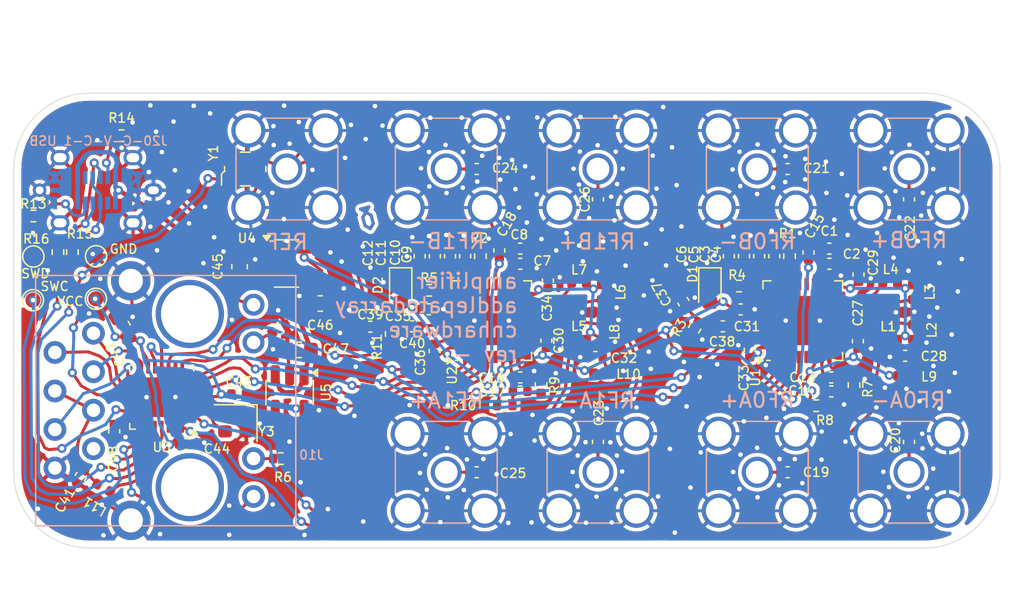
<source format=kicad_pcb>
(kicad_pcb (version 20241229) (generator "pcbnew") (generator_version "9.0")
  (layers (0 "F.Cu" signal) (2 "B.Cu" signal) (13 "F.Paste" user) (15 "B.Paste" user) (5 "F.SilkS" user "F.Silkscreen") (7 "B.SilkS" user "B.Silkscreen") (1 "F.Mask" user) (3 "B.Mask" user) (25 "Edge.Cuts" user))
  (net 0 "")
  (net 1 "Net-(U1-TEMP)")
  (net 2 "GND")
  (net 3 "Net-(U1-VCOM)")
  (net 4 "Net-(U1-VREF)")
  (net 5 "Net-(U2-TEMP)")
  (net 6 "Net-(U2-VCOM)")
  (net 7 "Net-(U2-VREF)")
  (net 8 "Net-(U1-CPout)")
  (net 9 "Net-(C14-Pad2)")
  (net 10 "Net-(U1-VTUNE)")
  (net 11 "Net-(U2-CPout)")
  (net 12 "Net-(C17-Pad2)")
  (net 13 "Net-(U2-VTUNE)")
  (net 14 "Net-(J1-In)")
  (net 15 "Net-(U1-RF_OUT_A+)")
  (net 16 "Net-(U1-RF_OUT_A-)")
  (net 17 "Net-(J2-In)")
  (net 18 "Net-(J3-In)")
  (net 19 "Net-(U1-RF_OUT_B-)")
  (net 20 "Net-(J4-In)")
  (net 21 "Net-(U1-RF_OUT_B+)")
  (net 22 "Net-(U2-RF_OUT_A-)")
  (net 23 "Net-(J5-In)")
  (net 24 "Net-(J6-In)")
  (net 25 "Net-(U2-RF_OUT_B-)")
  (net 26 "Net-(U2-RF_OUT_A+)")
  (net 27 "Net-(J7-In)")
  (net 28 "Net-(U2-RF_OUT_B+)")
  (net 29 "Net-(J8-In)")
  (net 30 "+3.3V")
  (net 31 "Net-(D1-K)")
  (net 32 "Net-(D2-K)")
  (net 33 "REFCLK")
  (net 34 "VVCO0")
  (net 35 "VVCO1")
  (net 36 "Net-(U1-RSET)")
  (net 37 "Net-(U2-RSET)")
  (net 38 "Net-(U1-LD)")
  (net 39 "Net-(U2-LD)")
  (net 40 "MUXOUT0")
  (net 41 "LE0")
  (net 42 "CE0")
  (net 43 "MOSI")
  (net 45 "SCK")
  (net 47 "MUXOUT1")
  (net 48 "CE1")
  (net 49 "LE1")
  (net 50 "XTALEN")
  (net 51 "D+")
  (net 52 "D-")
  (net 53 "SWD")
  (net 54 "+5V")
  (net 55 "3V3A")
  (net 56 "Net-(C37-Pad2)")
  (net 57 "Net-(U1-REFIN)")
  (net 58 "Net-(C39-Pad2)")
  (net 59 "Net-(U2-REFIN)")
  (net 62 "Net-(U3-OSC_IN)")
  (net 63 "SWC")
  (net 64 "Net-(U3-OSC_OUT)")
  (net 66 "Net-(J10-RCT)")
  (net 67 "ETXN")
  (net 68 "ERXN")
  (net 69 "LEDG")
  (net 70 "ETXP")
  (net 71 "Net-(J10-Pad11)")
  (net 72 "Net-(J10-Pad10)")
  (net 73 "LEDY")
  (net 74 "ERXP")
  (net 76 "Net-(J11-CC1)")
  (net 77 "Net-(J11-CC2)")
  (net 78 "Net-(J11-D--PadA7)")
  (net 79 "Net-(J11-D+-PadA6)")
  (net 80 "+3V3")
  (net 81 "Net-(U3-VINTA)")
  (footprint "Capacitor_SMD:C_0402_1005Metric" (layer "F.Cu") (at 198.75 36.25)
    (property "Reference" "C2")
    (property "Value" ".1u")
  )
  (footprint "Capacitor_SMD:C_0402_1005Metric" (layer "F.Cu") (at 173.75 35.75 90)
    (property "Reference" "C10")
    (property "Value" ".1u")
  )
  (footprint "cnhardware:R_0402_1005Metric_COMPACT" (layer "F.Cu") (at 196.125 35.75 90)
    (property "Reference" "R1")
    (property "Value" "4.7k" (hide yes))
  )
  (footprint "Capacitor_SMD:C_0402_1005Metric" (layer "F.Cu") (at 193.5 41.93 -90)
    (property "Reference" "C33")
    (property "Value" "1n")
  )
  (footprint "Capacitor_SMD:C_0402_1005Metric" (layer "F.Cu") (at 174.75 35.75 90)
    (property "Reference" "C9")
    (property "Value" "10p")
  )
  (footprint "Capacitor_SMD:C_0402_1005Metric" (layer "F.Cu") (at 171.25 40.375)
    (property "Reference" "C40")
    (property "Value" "1n")
  )
  (footprint "cnhardware:R_0402_1005Metric_COMPACT" (layer "F.Cu") (at 175.75 35.75 90)
    (property "Reference" "R2")
    (property "Value" "4.7k" (hide yes))
  )
  (footprint "Inductor_SMD:L_0402_1005Metric" (layer "F.Cu") (at 183.7 43.47)
    (property "Reference" "L10")
    (property "Value" "3.9nH")
  )
  (footprint "LED_SMD:LED_0603_1608Metric" (layer "F.Cu") (at 170.5 38 -90)
    (property "Reference" "D2")
    (property "Value" "LOCKFAIL_WHITE")
  )
  (footprint "Inductor_SMD:L_0402_1005Metric" (layer "F.Cu") (at 150.92 51.03 150)
    (property "Reference" "L11")
    (property "Value" "3.9nH")
  )
  (footprint "cnhardware:R_0402_1005Metric_COMPACT" (layer "F.Cu") (at 192.8 37.72)
    (property "Reference" "R4")
    (property "Value" "1.5k" (hide yes))
  )
  (footprint "Capacitor_SMD:C_0603_1608Metric" (layer "F.Cu") (at 152.17 40.43 120)
    (property "Reference" "C42")
    (property "Value" "4.7u")
  )
  (footprint "Package_TO_SOT_SMD:SOT-23-5" (layer "F.Cu") (at 162.972499 36.23)
    (property "Reference" "U4")
    (property "Value" "WL2808E")
  )
  (footprint "Package_CSP:LFCSP-32-1EP_5x5mm_P0.5mm_EP3.25x3.25mm" (layer "F.Cu") (at 176.5 40 90)
    (property "Reference" "U2")
    (property "Value" "ADF4351")
  )
  (footprint "Capacitor_SMD:C_0402_1005Metric" (layer "F.Cu") (at 183.33 42.4)
    (property "Reference" "C32")
    (property "Value" "1n")
  )
  (footprint "Oscillator:Oscillator_SMD_ECS_2520MV-xxx-xx-4Pin_2.5x2.0mm" (layer "F.Cu") (at 160.25 30 90)
    (property "Reference" "Y1")
    (property "Value" "TG-5006CG-12H 26.0000M3")
  )
  (footprint "TestPoint:TestPoint_Pad_D1.0mm" (layer "F.Cu") (at 146.26 38.65)
    (property "Reference" "J13" (hide yes))
    (property "Value" "SWC")
  )
  (footprint "Capacitor_SMD:C_0402_1005Metric" (layer "F.Cu") (at 178.375 36.25)
    (property "Reference" "C7")
    (property "Value" "10p")
  )
  (footprint "Capacitor_SMD:C_0402_1005Metric" (layer "F.Cu") (at 171.75 35.75 90)
    (property "Reference" "C12")
    (property "Value" ".1u")
  )
  (footprint "Inductor_SMD:L_0402_1005Metric" (layer "F.Cu") (at 182.25 37.5)
    (property "Reference" "L7")
    (property "Value" "3.9nH")
  )
  (footprint "Inductor_SMD:L_0402_1005Metric" (layer "F.Cu") (at 202.75 41.25 180)
    (property "Reference" "L1")
    (property "Value" "3.9nH")
  )
  (footprint "Capacitor_SMD:C_0402_1005Metric" (layer "F.Cu") (at 178.375 35.25)
    (property "Reference" "C8")
    (property "Value" ".1u")
  )
  (footprint "Capacitor_SMD:C_0402_1005Metric" (layer "F.Cu") (at 195.125 35.75 90)
    (property "Reference" "C4")
    (property "Value" ".1u")
  )
  (footprint "Resistor_SMD:R_0402_1005Metric" (layer "F.Cu") (at 146.29 33.1 180)
    (property "Reference" "R13")
    (property "Value" "5.1k")
  )
  (footprint "Capacitor_SMD:C_0402_1005Metric" (layer "F.Cu") (at 175.5 50 180)
    (property "Reference" "C25")
    (property "Value" "1n")
  )
  (footprint "Capacitor_SMD:C_0402_1005Metric" (layer "F.Cu") (at 203.75 42.32)
    (property "Reference" "C28")
    (property "Value" "1n")
  )
  (footprint "Capacitor_SMD:C_0402_1005Metric" (layer "F.Cu") (at 196 50 180)
    (property "Reference" "C19")
    (property "Value" "1n")
  )
  (footprint "TestPoint:TestPoint_Pad_D1.0mm" (layer "F.Cu") (at 146.29 35.77)
    (property "Reference" "J14" (hide yes))
    (property "Value" "SWD")
  )
  (footprint "Capacitor_SMD:C_0402_1005Metric" (layer "F.Cu") (at 168.5 40.4)
    (property "Reference" "C39")
    (property "Value" "1n")
  )
  (footprint "Inductor_SMD:L_0402_1005Metric" (layer "F.Cu") (at 183.75 40.75 90)
    (property "Reference" "L8")
    (property "Value" "3.9nH")
  )
  (footprint "cnhardware:R_0402_1005Metric_COMPACT" (layer "F.Cu") (at 172.375 38)
    (property "Reference" "R5")
    (property "Value" "1.5k" (hide yes))
  )
  (footprint "Capacitor_SMD:C_0402_1005Metric" (layer "F.Cu") (at 198.875 43.75)
    (property "Reference" "C13")
    (property "Value" "2.2nF")
  )
  (footprint "Capacitor_SMD:C_0402_1005Metric" (layer "F.Cu") (at 198.75 35.25)
    (property "Reference" "C1")
    (property "Value" "10p")
  )
  (footprint "Capacitor_SMD:C_0402_1005Metric" (layer "F.Cu") (at 193.125 35.75 90)
    (property "Reference" "C5")
    (property "Value" "10p")
  )
  (footprint "Capacitor_SMD:C_0402_1005Metric" (layer "F.Cu") (at 172.74 42.01 -90)
    (property "Reference" "C36")
    (property "Value" "1n")
  )
  (footprint "Capacitor_SMD:C_0603_1608Metric" (layer "F.Cu") (at 165.2 38.87 180)
    (property "Reference" "C46")
    (property "Value" "4.7u")
  )
  (footprint "Inductor_SMD:L_0402_1005Metric" (layer "F.Cu") (at 183.75 38.125 90)
    (property "Reference" "L6")
    (property "Value" "3.9nH")
  )
  (footprint "Resistor_SMD:R_0402_1005Metric" (layer "F.Cu") (at 179.75 44.25 90)
    (property "Reference" "R9")
    (property "Value" "390")
  )
  (footprint "Capacitor_SMD:C_0402_1005Metric" (layer "F.Cu") (at 172.35 39.25 180)
    (property "Reference" "C35")
    (property "Value" "1n")
  )
  (footprint "Resistor_SMD:R_0402_1005Metric" (layer "F.Cu") (at 197.88 45.61 180)
    (property "Reference" "R8")
    (property "Value" "680")
  )
  (footprint "Resistor_SMD:R_0402_1005Metric" (layer "F.Cu") (at 152.1 27.8)
    (property "Reference" "R14")
    (property "Value" "5.1k")
  )
  (footprint "Capacitor_SMD:C_0402_1005Metric" (layer "F.Cu") (at 159.82 44.84)
    (property "Reference" "C43")
    (property "Value" "1u")
  )
  (footprint "Capacitor_SMD:C_0402_1005Metric" (layer "F.Cu") (at 204 48 -90)
    (property "Reference" "C20")
    (property "Value" "1n")
  )
  (footprint "Capacitor_SMD:C_0402_1005Metric" (layer "F.Cu") (at 189.125 38.75 -60)
    (property "Reference" "C37")
    (property "Value" "1n")
  )
  (footprint "Capacitor_SMD:C_0402_1005Metric" (layer "F.Cu") (at 180.1 41.32 -90)
    (property "Reference" "C30")
    (property "Value" "1n")
  )
  (footprint "Capacitor_SMD:C_0402_1005Metric" (layer "F.Cu") (at 198.875 44.67)
    (property "Reference" "C14")
    (property "Value" "39nF")
  )
  (footprint "Inductor_SMD:L_0402_1005Metric" (layer "F.Cu") (at 182.25 41.25 180)
    (property "Reference" "L5")
    (property "Value" "3.9nH")
  )
  (footprint "Capacitor_SMD:C_0402_1005Metric" (layer "F.Cu") (at 177 35.375 90)
    (property "Reference" "C18")
    (property "Value" "1.2nF")
  )
  (footprint "LED_SMD:LED_0603_1608Metric" (layer "F.Cu") (at 190.875 38 -90)
    (property "Reference" "D1")
    (property "Value" "LOCKFAIL_WHITE")
  )
  (footprint "Resistor_SMD:R_0402_1005Metric" (layer "F.Cu") (at 200.375 44.25 90)
    (property "Reference" "R7")
    (property "Value" "390")
  )
  (footprint "Capacitor_SMD:C_0402_1005Metric" (layer "F.Cu") (at 192.9 39.26 180)
    (property "Reference" "C31")
    (property "Value" "1n")
  )
  (footprint "TestPoint:TestPoint_Pad_D1.0mm" (layer "F.Cu") (at 150.42 35.75)
    (property "Reference" "J15" (hide yes))
    (property "Value" "GND")
  )
  (footprint "Capacitor_SMD:C_0402_1005Metric" (layer "F.Cu") (at 178.375 43.75)
    (property "Reference" "C16")
    (property "Value" "2.2nF")
  )
  (footprint "Inductor_SMD:L_0402_1005Metric" (layer "F.Cu") (at 202.75 37.5)
    (property "Reference" "L4")
    (property "Value" "3.9nH")
  )
  (footprint "Capacitor_SMD:C_0402_1005Metric" (layer "F.Cu") (at 172.75 35.75 90)
    (property "Reference" "C11")
    (property "Value" "10p")
  )
  (footprint "Inductor_SMD:L_0402_1005Metric" (layer "F.Cu") (at 203.735 43.64)
    (property "Reference" "L9")
    (property "Value" "3.9nH")
  )
  (footprint "Capacitor_SMD:C_0402_1005Metric" (layer "F.Cu") (at 191.73 40.375)
    (property "Reference" "C38")
    (property "Value" "1n")
  )
  (footprint "Inductor_SMD:L_0402_1005Metric" (layer "F.Cu") (at 204.25 40.75 90)
    (property "Reference" "L2")
    (property "Value" "3.9nH")
  )
  (footprint "Resistor_SMD:R_0402_1005Metric" (layer "F.Cu") (at 189.875 40.5 -120)
    (property "Reference" "R3")
    (property "Value" "100")
  )
  (footprint "Capacitor_SMD:C_0402_1005Metric" (layer "F.Cu") (at 183.5 32 90)
    (property "Reference" "C26")
    (property "Value" "1n")
  )
  (footprint "Capacitor_SMD:C_0402_1005Metric" (layer "F.Cu") (at 200.67 36.96 90)
    (property "Reference" "C29")
    (property "Value" "1u")
  )
  (footprint "Inductor_SMD:L_0402_1005Metric" (layer "F.Cu") (at 204.25 38.125 90)
    (property "Reference" "L3")
    (property "Value" "3.9nH")
  )
  (footprint "Resistor_SMD:R_0402_1005Metric" (layer "F.Cu") (at 148.86 35.48 -90)
    (property "Reference" "R15")
    (property "Value" "33")
  )
  (footprint "Capacitor_SMD:C_0402_1005Metric" (layer "F.Cu") (at 180.2 37.36 90)
    (property "Reference" "C34")
    (property "Value" "1u")
  )
  (footprint "Resistor_SMD:R_0402_1005Metric" (layer "F.Cu") (at 147.91 35.48 -90)
    (property "Reference" "R16")
    (property "Value" "33")
  )
  (footprint "Capacitor_SMD:C_0402_1005Metric" (layer "F.Cu") (at 156.37 48.14)
    (property "Reference" "C44")
    (property "Value" "1u")
  )
  (footprint "Package_DFN_QFN:QFN-28-1EP_4x4mm_P0.45mm_EP2.6x2.6mm" (layer "F.Cu") (at 154.75 45.049999 180)
    (property "Reference" "U3")
    (property "Value" "CH32V208GBU6")
  )
  (footprint "Package_CSP:LFCSP-32-1EP_5x5mm_P0.5mm_EP3.25x3.25mm" (layer "F.Cu") (at 197 40 90)
    (property "Reference" "U1")
    (property "Value" "ADF4351")
  )
  (footprint "Capacitor_SMD:C_0402_1005Metric" (layer "F.Cu") (at 200.63 41.36 -90)
    (property "Reference" "C27")
    (property "Value" "1n")
  )
  (footprint "Capacitor_SMD:C_0402_1005Metric" (layer "F.Cu") (at 196 30 180)
    (property "Reference" "C21")
    (property "Value" "1n")
  )
  (footprint "Capacitor_SMD:C_0402_1005Metric" (layer "F.Cu") (at 151.62 47.3 -90)
    (property "Reference" "C48")
    (property "Value" "1u")
  )
  (footprint "cnhardware:R_0402_1005Metric_COMPACT" (layer "F.Cu") (at 162.6 49.1)
    (property "Reference" "R6")
    (property "Value" "1.5k" (hide yes))
  )
  (footprint "Capacitor_SMD:C_0402_1005Metric" (layer "F.Cu") (at 192.125 35.75 90)
    (property "Reference" "C6")
    (property "Value" ".1u")
  )
  (footprint "Resistor_SMD:R_0402_1005Metric" (layer "F.Cu") (at 169.875 40.875 -90)
    (property "Reference" "R11")
    (property "Value" "100")
  )
  (footprint "Capacitor_SMD:C_0402_1005Metric" (layer "F.Cu") (at 197.375 35.5 90)
    (property "Reference" "C15")
    (property "Value" "1.2nF")
  )
  (footprint "Capacitor_SMD:C_0402_1005Metric" (layer "F.Cu") (at 178.37 44.67)
    (property "Reference" "C17")
    (property "Value" "39nF")
  )
  (footprint "TestPoint:TestPoint_Pad_D1.0mm" (layer "F.Cu") (at 150.41 38.56)
    (property "Reference" "J12" (hide yes))
    (property "Value" "VCC")
  )
  (footprint "Resistor_SMD:R_0402_1005Metric" (layer "F.Cu") (at 177.36 45.6 180)
    (property "Reference" "R10")
    (property "Value" "680")
  )
  (footprint "Capacitor_SMD:C_0402_1005Metric" (layer "F.Cu") (at 149.41 50.29 -120)
    (property "Reference" "C41")
    (property "Value" "1u")
  )
  (footprint "Package_TO_SOT_SMD:SOT-23-5" (layer "F.Cu") (at 163.18 44.7425 -90)
    (property "Reference" "U5")
    (property "Value" "WL2808E")
  )
  (footprint "Crystal:Crystal_SMD_2016-4Pin_2.0x1.6mm" (layer "F.Cu") (at 159.62 46.76 180)
    (property "Reference" "Y3")
    (property "Value" "32MHz")
  )
  (footprint "Capacitor_SMD:C_0402_1005Metric" (layer "F.Cu") (at 194.125 35.75 90)
    (property "Reference" "C3")
    (property "Value" "10p")
  )
  (footprint "Capacitor_SMD:C_0603_1608Metric" (layer "F.Cu") (at 163.81 41.93 180)
    (property "Reference" "C47")
    (property "Value" "4.7u")
  )
  (footprint "Capacitor_SMD:C_0402_1005Metric" (layer "F.Cu") (at 183.5 48 -90)
    (property "Reference" "C23")
    (property "Value" "1n")
  )
  (footprint "Capacitor_SMD:C_0402_1005Metric" (layer "F.Cu") (at 204 32 90)
    (property "Reference" "C22")
    (property "Value" "1n")
  )
  (footprint "Capacitor_SMD:C_0402_1005Metric" (layer "F.Cu") (at 175.5 30 180)
    (property "Reference" "C24")
    (property "Value" "1n")
  )
  (footprint "Capacitor_SMD:C_0603_1608Metric" (layer "F.Cu") (at 159.88 36.44 90)
    (property "Reference" "C45")
    (property "Value" "4.7u")
  )
  (footprint "cnhardware:R_0402_1005Metric_COMPACT" (layer "F.Cu") (at 162.48 40.53 30)
    (property "Reference" "R12" (hide yes))
    (property "Value" "1.5k" (hide yes))
  )
  (footprint "Connector_Coaxial:SMA_Amphenol_901-144_Vertical" (layer "B.Cu") (at 194 50)
    (property "Reference" "J1" (hide yes))
    (property "Value" "RF0A+")
  )
  (footprint "cnhardware:J20-C-V-C-1-SMT-TR-USB-VERTICAL" (layer "B.Cu") (at 150.45 31.4)
    (property "Reference" "J11" (hide yes))
    (property "Value" "J20-C-V-C-1-SMT-TR-USB-VERTICAL" (hide yes))
  )
  (footprint "Connector_Coaxial:SMA_Amphenol_901-144_Vertical" (layer "B.Cu") (at 173.5 50)
    (property "Reference" "J7" (hide yes))
    (property "Value" "RF1A+")
  )
  (footprint "Connector_Coaxial:SMA_Amphenol_901-144_Vertical" (layer "B.Cu") (at 183.5 30 180)
    (property "Reference" "J8" (hide yes))
    (property "Value" "RF1B+")
  )
  (footprint "Connector_Coaxial:SMA_Amphenol_901-144_Vertical" (layer "B.Cu") (at 194 30 180)
    (property "Reference" "J3" (hide yes))
    (property "Value" "RF0B-")
  )
  (footprint "Connector_Coaxial:SMA_Amphenol_901-144_Vertical" (layer "B.Cu") (at 173.5 30 180)
    (property "Reference" "J6" (hide yes))
    (property "Value" "RF1B-")
  )
  (footprint "Connector_Coaxial:SMA_Amphenol_901-144_Vertical" (layer "B.Cu") (at 204 50)
    (property "Reference" "J2" (hide yes))
    (property "Value" "RF0A-")
  )
  (footprint "Connector_Coaxial:SMA_Amphenol_901-144_Vertical" (layer "B.Cu") (at 204 30 180)
    (property "Reference" "J4" (hide yes))
    (property "Value" "RF0B+")
  )
  (footprint "Connector_Coaxial:SMA_Amphenol_901-144_Vertical" (layer "B.Cu") (at 163 30 90)
    (property "Reference" "J9" (hide yes))
    (property "Value" "REF")
  )
  (footprint "Connector_Coaxial:SMA_Amphenol_901-144_Vertical" (layer "B.Cu") (at 183.5 50)
    (property "Reference" "J5" (hide yes))
    (property "Value" "RF1A-")
  )
  (footprint "cnhardware:HR915310A-RJ45-INTEGRATED-10MBIT" (layer "B.Cu") (at 156.6 45.275 90)
    (property "Reference" "J10")
    (property "Value" "RJ45_Hanrun_HR911105A_Horizontal")
  )
  (gr_line (start 168.146411 33.73923) (end 168 33.19282) (stroke (width 0.2)) (layer "F.Cu"))
  (gr_line (start 168.69282 33.59282) (end 168.54641 33.04641) (stroke (width 0.2)) (layer "F.Cu"))
  (gr_line (start 168.4 32.5) (end 167.85359 32.64641) (stroke (width 0.2)) (layer "F.Cu"))
  (gr_line (start 168.492821 33.93923) (end 168.146411 33.73923) (stroke (width 0.2)) (layer "F.Cu"))
  (gr_line (start 168 33.19282) (end 168.4 32.5) (stroke (width 0.2)) (layer "F.Cu"))
  (gr_line (start 168.492821 33.93923) (end 168.69282 33.59282) (stroke (width 0.2)) (layer "F.Cu"))
  (gr_line (start 167.85359 32.64641) (end 168.54641 33.04641) (stroke (width 0.2)) (layer "F.Cu"))
  (gr_line (start 168.492821 33.93923) (end 168.69282 33.59282) (stroke (width 0.2)) (layer "B.Cu"))
  (gr_line (start 168.146411 33.73923) (end 168 33.19282) (stroke (width 0.2)) (layer "B.Cu"))
  (gr_line (start 168.54641 33.04641) (end 167.85359 32.64641) (stroke (width 0.2)) (layer "B.Cu"))
  (gr_line (start 168.69282 33.59282) (end 168.54641 33.04641) (stroke (width 0.2)) (layer "B.Cu"))
  (gr_line (start 168.492821 33.93923) (end 168.146411 33.73923) (stroke (width 0.2)) (layer "B.Cu"))
  (gr_line (start 168.4 32.5) (end 168 33.19282) (stroke (width 0.2)) (layer "B.Cu"))
  (gr_line (start 167.85359 32.64641) (end 168.4 32.5) (stroke (width 0.2)) (layer "B.Cu"))
  (gr_arc (start 210 50) (mid 208.535534 53.535534) (end 205 55) (stroke (width 0.05)) (layer "Edge.Cuts"))
  (gr_arc (start 150 55) (mid 146.464466 53.535534) (end 145 50) (stroke (width 0.05)) (layer "Edge.Cuts"))
  (gr_line (start 210 50) (end 210 30) (stroke (width 0.05)) (layer "Edge.Cuts"))
  (gr_arc (start 205 25) (mid 208.535534 26.464466) (end 210 30) (stroke (width 0.05)) (layer "Edge.Cuts"))
  (gr_line (start 205 25) (end 150 25) (stroke (width 0.05)) (layer "Edge.Cuts"))
  (gr_arc (start 145 30) (mid 146.464466 26.464466) (end 150 25) (stroke (width 0.05)) (layer "Edge.Cuts"))
  (gr_line (start 145 30) (end 145 50) (stroke (width 0.05)) (layer "Edge.Cuts"))
  (gr_line (start 150 55) (end 205 55) (stroke (width 0.05)) (layer "Edge.Cuts"))
  (gr_text "amplifier\naddlepatedarray\ncnhardware\nrev -" (at 178.3 42.8 -0) (layer "B.SilkS") (effects (font (size 1 1)) (justify left bottom mirror)))
  (gr_text "J20-C-V-C-1 USB" (at 155.2 28.5 0) (layer "B.SilkS") (effects (font (size 0.6 0.6) (thickness 0.1) (bold yes)) (justify left bottom mirror)))
  (segment (start 198 36.75) (end 198.27 36.25) (width 0.2) (layer "F.Cu") (net 1))
  (segment (start 197.75 37.125) (end 198 36.75) (width 0.2) (layer "F.Cu") (net 1))
  (segment (start 197.75 37.6) (end 197.75 37.125) (width 0.2) (layer "F.Cu") (net 1))
  (segment (start 198.27 36.25) (end 198.27 35.25) (width 0.2) (layer "F.Cu") (net 1))
  (segment (start 192.125 35.27) (end 193.125 35.27) (width 0.2) (layer "F.Cu") (net 2))
  (segment (start 164.425 38.87) (end 163.82 38.37) (width 0.2) (layer "F.Cu") (net 2))
  (segment (start 173.42 39.25) (end 173 39.25) (width 0.2) (layer "F.Cu") (net 2))
  (segment (start 171.56 42.22) (end 172.74 41.53) (width 0.2) (layer "F.Cu") (net 2))
  (segment (start 193.5 41.45) (end 192.75 41.625) (width 0.2) (layer "F.Cu") (net 2))
  (segment (start 151 35.69) (end 151.9 35.8) (width 0.2) (layer "F.Cu") (net 2))
  (segment (start 198.75 41.75) (end 198.375 41.375) (width 0.2) (layer "F.Cu") (net 2))
  (segment (start 193.51 39.26) (end 193.96 39.255872) (width 0.2) (layer "F.Cu") (net 2))
  (segment (start 162.921673 40.275) (end 162.42 39.32) (width 0.2) (layer "F.Cu") (net 2))
  (segment (start 160.26 38) (end 159.78 38.05) (width 0.2) (layer "F.Cu") (net 2))
  (segment (start 176.37 46.16) (end 176.04 46.01) (width 0.2) (layer "F.Cu") (net 2))
  (segment (start 176.04 46.01) (end 173.61 45.59) (width 0.2) (layer "F.Cu") (net 2))
  (segment (start 174.75 35.27) (end 172.75 35.27) (width 0.2) (layer "F.Cu") (net 2))
  (segment (start 177 34.895) (end 177.625 34.625) (width 0.2) (layer "F.Cu") (net 2))
  (segment (start 152.71 37.375) (end 152.83 39.75) (width 0.2) (layer "F.Cu") (net 2))
  (segment (start 192.125 35.27) (end 196.125 35.24) (width 0.2) (layer "F.Cu") (net 2))
  (segment (start 180.69 41.15) (end 180.49 40.91) (width 0.2) (layer "F.Cu") (net 2))
  (segment (start 176.375 36.5) (end 176.375 35.25) (width 0.2) (layer "F.Cu") (net 2))
  (segment (start 151.9 35.8) (end 152.4 35.6) (width 0.2) (layer "F.Cu") (net 2))
  (segment (start 194.946649 34.076649) (end 196.54 32.540001) (width 0.2) (layer "F.Cu") (net 2))
  (segment (start 161.52 44.02) (end 161.55 42.87) (width 0.2) (layer "F.Cu") (net 2))
  (segment (start 180.49 40.91) (end 180.1 40.84) (width 0.2) (layer "F.Cu") (net 2))
  (segment (start 178.375 36.875) (end 178.855 36.25) (width 0.2) (layer "F.Cu") (net 2))
  (segment (start 197 40) (end 198.125 40) (width 0.2) (layer "F.Cu") (net 2))
  (segment (start 198.5 36.875) (end 198.75 36.75) (width 0.2) (layer "F.Cu") (net 2))
  (segment (start 179.24 43.745698) (end 178.855 43.75) (width 0.2) (layer "F.Cu") (net 2))
  (segment (start 177.625 34.625) (end 178.625 34.625) (width 0.2) (layer "F.Cu") (net 2))
  (segment (start 195.875 41.25) (end 197 40) (width 0.2) (layer "F.Cu") (net 2))
  (segment (start 152.71 53.175) (end 147.71 49.72) (width 0.2) (layer "F.Cu") (net 2))
  (segment (start 196.125 35.24) (end 196.75 35.25) (width 0.2) (layer "F.Cu") (net 2))
  (segment (start 157.4 29.9) (end 158.6 30) (width 0.2) (layer "F.Cu") (net 2))
  (segment (start 199.81 47.98) (end 200.01 47.51) (width 0.2) (layer "F.Cu") (net 2))
  (segment (start 179.48 40.75) (end 178.9 40.75) (width 0.2) (layer "F.Cu") (net 2))
  (segment (start 192.125 35.27) (end 195.125 35.27) (width 0.2) (layer "F.Cu") (net 2))
  (segment (start 200.01 47.51) (end 201.53 46.03) (width 0.2) (layer "F.Cu") (net 2))
  (segment (start 198.75 41.75) (end 198.75 42.4) (width 0.2) (layer "F.Cu") (net 2))
  (segment (start 163.035 41.93) (end 162.921673 40.275) (width 0.2) (layer "F.Cu") (net 2))
  (segment (start 151.7825 39.75883) (end 152.83 39.75) (width 0.2) (layer "F.Cu") (net 2))
  (segment (start 173.57 41.24) (end 172.74 41.53) (width 0.2) (layer "F.Cu") (net 2))
  (segment (start 159.08 37.73) (end 158.45 36.83) (width 0.2) (layer "F.Cu") (net 2))
  (segment (start 193.96 39.255872) (end 194.6 39.25) (width 0.2) (layer "F.Cu") (net 2))
  (segment (start 176.25 37.6) (end 176.25 39.125) (width 0.2) (layer "F.Cu") (net 2))
  (segment (start 151 35.69) (end 150.36 35.78) (width 0.2) (layer "F.Cu") (net 2))
  (segment (start 176.375 35.25) (end 175.75 35.24) (width 0.2) (layer "F.Cu") (net 2))
  (segment (start 192.125 35.27) (end 194.125 35.27) (width 0.2) (layer "F.Cu") (net 2))
  (segment (start 176.25 36.75) (end 176.375 36.5) (width 0.2) (layer "F.Cu") (net 2))
  (segment (start 197.375 35.02) (end 198 34.625) (width 0.2) (layer "F.Cu") (net 2))
  (segment (start 182.85 42.4) (end 182.33 42.41) (width 0.2) (layer "F.Cu") (net 2))
  (segment (start 177.765852 37.013633) (end 178 36.875) (width 0.2) (layer "F.Cu") (net 2))
  (segment (start 200 40.75) (end 200.63 40.88) (width 0.2) (layer "F.Cu") (net 2))
  (segment (start 178.9 40.75) (end 177.375 40.75) (width 0.2) (layer "F.Cu") (net 2))
  (segment (start 176.25 39.125) (end 176.5 40) (width 0.2) (layer "F.Cu") (net 2))
  (segment (start 198.25 37.125) (end 198.5 36.875) (width 0.2) (layer "F.Cu") (net 2))
  (segment (start 174.1 39.25) (end 173.42 39.25) (width 0.2) (layer "F.Cu") (net 2))
  (segment (start 178.9 41.75) (end 178.25 41.75) (width 0.2) (layer "F.Cu") (net 2))
  (segment (start 173.42 39.25) (end 173.3 39.24) (width 0.2) (layer "F.Cu") (net 2))
  (segment (start 160.32 47.31) (end 159.38 48.16) (width 0.2) (layer "F.Cu") (net 2))
  (segment (start 175.36 40) (end 177.63 40) (width 0.2) (layer "F.Cu") (net 2))
  (segment (start 179.24 43.745698) (end 179.29 43.33) (width 0.2) (layer "F.Cu") (net 2))
  (segment (start 201.33 41.16) (end 201.07 40.94) (width 0.2) (layer "F.Cu") (net 2))
  (segment (start 175.125 41.25) (end 175.36 40) (width 0.2) (layer "F.Cu") (net 2))
  (segment (start 162.63 48.19) (end 161.09 47.603333) (width 0.2) (layer "F.Cu") (net 2))
  (segment (start 158.44 48.25) (end 157.55 48.05) (width 0.2) (layer "F.Cu") (net 2))
  (segment (start 177.75 37.6) (end 177.75 39.25) (width 0.2) (layer "F.Cu") (net 2))
  (segment (start 174.1 41.25) (end 175.125 41.25) (width 0.2) (layer "F.Cu") (net 2))
  (segment (start 160.32 28.9) (end 160.46 27.459999) (width 0.2) (layer "F.Cu") (net 2))
  (segment (start 160.66 37.78) (end 160.26 38) (width 0.2) (layer "F.Cu") (net 2))
  (segment (start 199.355 43.75) (end 200.375 43.74) (width 0.2) (layer "F.Cu") (net 2))
  (segment (start 179.75 43.74) (end 179.24 43.745698) (width 0.2) (layer "F.Cu") (net 2))
  (segment (start 159.7 46.82) (end 160.32 47.31) (width 0.2) (layer "F.Cu") (net 2))
  (segment (start 197 40) (end 195.875 40) (width 0.2) (layer "F.Cu") (net 2))
  (segment (start 161.09 47.603333) (end 160.32 47.31) (width 0.2) (layer "F.Cu") (net 2))
  (segment (start 160.25 30.75) (end 160.35 29.96) (width 0.2) (layer "F.Cu") (net 2))
  (segment (start 200.84 45.36) (end 200.49 45.47) (width 0.2) (layer "F.Cu") (net 2))
  (segment (start 161.271474 45.448526) (end 161.324106 45.92) (width 0.2) (layer "F.Cu") (net 2))
  (segment (start 190.375 41.25) (end 189.62 40.941673) (width 0.2) (layer "F.Cu") (net 2))
  (segment (start 155.62 30.08) (end 157.4 29.9) (width 0.2) (layer "F.Cu") (net 2))
  (segment (start 178.855 43.75) (end 178.26 42.91) (width 0.2) (layer "F.Cu") (net 2))
  (segment (start 203.27 42.32) (end 202.74 42.39) (width 0.2) (layer "F.Cu") (net 2))
  (segment (start 163.11 49.1) (end 162.63 48.19) (width 0.2) (layer "F.Cu") (net 2))
  (segment (start 177 34.895) (end 176.04 32.540001) (width 0.2) (layer "F.Cu") (net 2))
  (segment (start 178 36.875) (end 178.375 36.875) (width 0.2) (layer "F.Cu") (net 2))
  (segment (start 199.4 40.75) (end 198 40.75) (width 0.2) (layer "F.Cu") (net 2))
  (segment (start 177.12 46.38) (end 176.37 46.16) (width 0.2) (layer "F.Cu") (net 2))
  (segment (start 200.375 43.74) (end 201.08 43.85) (width 0.2) (layer "F.Cu") (net 2))
  (segment (start 160.35 29.96) (end 160.32 28.9) (width 0.2) (layer "F.Cu") (net 2))
  (segment (start 151.62 47.78) (end 152.36 47.68) (width 0.2) (layer "F.Cu") (net 2))
  (segment (start 159.32 38.02) (end 159.08 37.73) (width 0.2) (layer "F.Cu") (net 2))
  (segment (start 193.96 39.255872) (end 193.83 39.25) (width 0.2) (layer "F.Cu") (net 2))
  (segment (start 161.59 37.97) (end 160.66 37.78) (width 0.2) (layer "F.Cu") (net 2))
  (segment (start 198 34.625) (end 198.625 34.625) (width 0.2) (layer "F.Cu") (net 2))
  (segment (start 174.75 35.27) (end 173.75 35.27) (width 0.2) (layer "F.Cu") (net 2))
  (segment (start 176.25 37.6) (end 176.25 36.75) (width 0.2) (layer "F.Cu") (net 2))
  (segment (start 158.45 36.83) (end 157.5 36.21) (width 0.2) (layer "F.Cu") (net 2))
  (segment (start 162.42 39.32) (end 161.59 37.97) (width 0.2) (layer "F.Cu") (net 2))
  (segment (start 161.175 30.724999) (end 160.459999 32.54) (width 0.2) (layer "F.Cu") (net 2))
  (segment (start 159.38 48.16) (end 158.44 48.25) (width 0.2) (layer "F.Cu") (net 2))
  (segment (start 161.136 45.254) (end 161.52 44.02) (width 0.2) (layer "F.Cu") (net 2))
  (segment (start 160.98 45.03) (end 161.271474 45.448526) (width 0.2) (layer "F.Cu") (net 2))
  (segment (start 201.53 46.03) (end 201.85 45.73) (width 0.2) (layer "F.Cu") (net 2))
  (segment (start 194.6 39.25) (end 196.75 39.25) (width 0.2) (layer "F.Cu") (net 2))
  (segment (start 198.75 42.875) (end 199.355 43.75) (width 0.2) (layer "F.Cu") (net 2))
  (segment (start 159.88 35.665) (end 160.91 35.962673) (width 0.2) (layer "F.Cu") (net 2))
  (segment (start 180.99 41.89) (end 179.75 43.74) (width 0.2) (layer "F.Cu") (net 2))
  (segment (start 178.26 42.91) (end 178.25 42.4) (width 0.2) (layer "F.Cu") (net 2))
  (segment (start 177.75 37.6) (end 177.765852 37.013633) (width 0.2) (layer "F.Cu") (net 2))
  (segment (start 180.2 36.88) (end 178.855 36.25) (width 0.2) (layer "F.Cu") (net 2))
  (segment (start 178.25 41.75) (end 176.5 40) (width 0.2) (layer "F.Cu") (net 2))
  (segment (start 198.25 39.375) (end 198.125 40) (width 0.2) (layer "F.Cu") (net 2))
  (segment (start 196.75 35.25) (end 197.375 35.02) (width 0.2) (layer "F.Cu") (net 2))
  (segment (start 178.855 36.25) (end 178.855 35.25) (width 0.2) (layer "F.Cu") (net 2))
  (segment (start 153.75 45.049999) (end 155.65 45.04) (width 0.2) (layer "F.Cu") (net 2))
  (segment (start 159.78 38.05) (end 159.32 38.02) (width 0.2) (layer "F.Cu") (net 2))
  (segment (start 160.3 44.84) (end 160.98 45.03) (width 0.2) (layer "F.Cu") (net 2))
  (segment (start 156.85 48.14) (end 157.55 48.05) (width 0.2) (layer "F.Cu") (net 2))
  (segment (start 201.5 41.84) (end 201.33 41.16) (width 0.2) (layer "F.Cu") (net 2))
  (segment (start 176.375 35.25) (end 177 34.895) (width 0.2) (layer "F.Cu") (net 2))
  (segment (start 198.25 37.6) (end 198.25 39.375) (width 0.2) (layer "F.Cu") (net 2))
  (segment (start 169.875 41.385) (end 170.58 41.22) (width 0.2) (layer "F.Cu") (net 2))
  (segment (start 161.55 42.87) (end 163.035 41.93) (width 0.2) (layer "F.Cu") (net 2))
  (segment (start 201.07 40.94) (end 200.63 40.88) (width 0.2) (layer "F.Cu") (net 2))
  (segment (start 201.08 43.85) (end 200.995 45) (width 0.2) (layer "F.Cu") (net 2))
  (segment (start 152.810119 35.14) (end 152.88 33.58) (width 0.2) (layer "F.Cu") (net 2))
  (segment (start 199.23 36.25) (end 199.23 35.25) (width 0.2) (layer "F.Cu") (net 2))
  (segment (start 175.75 35.24) (end 174.75 35.27) (width 0.2) (layer "F.Cu") (net 2))
  (segment (start 196.75 39.25) (end 196.75 37.6) (width 0.2) (layer "F.Cu") (net 2))
  (segment (start 161.324106 45.92) (end 161.203113 46.79) (width 0.2) (layer "F.Cu") (net 2))
  (segment (start 199.4 41.75) (end 198.75 41.75) (width 0.2) (layer "F.Cu") (net 2))
  (segment (start 177.375 40.75) (end 177.63 40) (width 0.2) (layer "F.Cu") (net 2))
  (segment (start 198.25 37.6) (end 198.25 37.125) (width 0.2) (layer "F.Cu") (net 2))
  (segment (start 152.4 35.6) (end 152.91 35) (width 0.2) (layer "F.Cu") (net 2))
  (segment (start 199.4 40.75) (end 200 40.75) (width 0.2) (layer "F.Cu") (net 2))
  (segment (start 178.25 42.4) (end 178.9 41.75) (width 0.2) (layer "F.Cu") (net 2))
  (segment (start 158.6 30) (end 160.35 29.96) (width 0.2) (layer "F.Cu") (net 2))
  (segment (start 194.6 41.25) (end 195.875 41.25) (width 0.2) (layer "F.Cu") (net 2))
  (segment (start 160.459999 32.54) (end 160.25 30.75) (width 0.2) (layer "F.Cu") (net 2))
  (segment (start 200.67 36.48) (end 199.23 36.25) (width 0.2) (layer "F.Cu") (net 2))
  (segment (start 180.1 40.84) (end 179.48 40.75) (width 0.2) (layer "F.Cu") (net 2))
  (segment (start 196.75 37.6) (end 196.75 35.25) (width 0.2) (layer "F.Cu") (net 2))
  (segment (start 193.73 35.25) (end 194.946649 34.076649) (width 0.2) (layer "F.Cu") (net 2))
  (segment (start 174.1 41.25) (end 173.57 41.24) (width 0.2) (layer "F.Cu") (net 2))
  (segment (start 163.18 43.605) (end 163.035 41.93) (width 0.2) (layer "F.Cu") (net 2))
  (segment (start 178.625 34.625) (end 178.855 35.25) (width 0.2) (layer "F.Cu") (net 2))
  (segment (start 189.62 40.941673) (end 188.25 39.375) (width 0.2) (layer "F.Cu") (net 2))
  (segment (start 177.75 39.25) (end 177.63 40) (width 0.2) (layer "F.Cu") (net 2))
  (segment (start 160.91 35.962673) (end 161.834999 36.23) (width 0.2) (layer "F.Cu") (net 2))
  (segment (start 161.203113 46.79) (end 161.09 47.603333) (width 0.2) (layer "F.Cu") (net 2))
  (segment (start 153.75 45.049999) (end 154.74 44.05) (width 0.2) (layer "F.Cu") (net 2))
  (segment (start 191.875 35.02) (end 191.459999 32.54) (width 0.2) (layer "F.Cu") (net 2))
  (segment (start 198.75 42.4) (end 198.75 42.875) (width 0.2) (layer "F.Cu") (net 2))
  (segment (start 200.49 45.47) (end 199.72 45.53) (width 0.2) (layer "F.Cu") (net 2))
  (segment (start 180.99 41.89) (end 180.69 41.15) (width 0.2) (layer "F.Cu") (net 2))
  (segment (start 158.92 46.21) (end 159.7 46.82) (width 0.2) (layer "F.Cu") (net 2))
  (segment (start 198.625 34.625) (end 199.23 35.25) (width 0.2) (layer "F.Cu") (net 2))
  (segment (start 171.75 35.27) (end 172.75 35.27) (width 0.2) (layer "F.Cu") (net 2))
  (segment (start 194.06 41.25) (end 193.5 41.45) (width 0.2) (layer "F.Cu") (net 2))
  (segment (start 200.995 45) (end 200.84 45.36) (width 0.2) (layer "F.Cu") (net 2))
  (segment (start 177.74 47.48) (end 177.12 46.38) (width 0.2) (layer "F.Cu") (net 2))
  (segment (start 198.75 36.75) (end 199.23 36.25) (width 0.2) (layer "F.Cu") (net 2))
  (segment (start 194.6 41.25) (end 194.06 41.25) (width 0.2) (layer "F.Cu") (net 2))
  (segment (start 178.25 42.4) (end 178.25 41.75) (width 0.2) (layer "F.Cu") (net 2))
  (via (at 201.08 43.85) (size 0.6) (drill 0.3) (layers "F.Cu" "B.Cu") (net 2))
  (via (at 203.11 31.46) (size 0.6) (drill 0.3) (layers "F.Cu" "B.Cu") (net 2))
  (via (at 158.82 35.44) (size 0.6) (drill 0.3) (layers "F.Cu" "B.Cu") (net 2))
  (via (at 182.51 36.09) (size 0.6) (drill 0.3) (layers "F.Cu" "B.Cu") (net 2))
  (via (at 182.33 42.41) (size 0.6) (drill 0.3) (layers "F.Cu" "B.Cu") (net 2))
  (via (at 203.13 39.45) (size 0.6) (drill 0.3) (layers "F.Cu" "B.Cu") (net 2))
  (via (at 182.46 39.46) (size 0.6) (drill 0.3) (layers "F.Cu" "B.Cu") (net 2))
  (via (at 184.4 53.31) (size 0.6) (drill 0.3) (layers "F.Cu" "B.Cu") (net 2))
  (via (at 166.5 40.81) (size 0.6) (drill 0.3) (layers "F.Cu" "B.Cu") (net 2))
  (via (at 175.36 40) (size 0.6) (drill 0.3) (layers "F.Cu" "B.Cu") (net 2))
  (via (at 176.3 34.59) (size 0.6) (drill 0.3) (layers "F.Cu" "B.Cu") (net 2))
  (via (at 173.3 39.24) (size 0.6) (drill 0.3) (layers "F.Cu" "B.Cu") (net 2))
  (via (at 179.46 31.67) (size 0.6) (drill 0.3) (layers "F.Cu" "B.Cu") (net 2))
  (via (at 167.53 43.04) (size 0.6) (drill 0.3) (layers "F.Cu" "B.Cu") (net 2))
  (via (at 196.97 50.72) (size 0.6) (drill 0.3) (layers "F.Cu" "B.Cu") (net 2))
  (via (at 150.91 54.16) (size 0.6) (drill 0.3) (layers "F.Cu" "B.Cu") (net 2))
  (via (at 198.52 29.52) (size 0.6) (drill 0.3) (layers "F.Cu" "B.Cu") (net 2))
  (via (at 203.36 33.19) (size 0.6) (drill 0.3) (layers "F.Cu" "B.Cu") (net 2))
  (via (at 205.15 41.45) (size 0.6) (drill 0.3) (layers "F.Cu" "B.Cu") (net 2))
  (via (at 170.91 35.76) (size 0.6) (drill 0.3) (layers "F.Cu" "B.Cu") (net 2))
  (via (at 160.91 35.962673) (size 0.6) (drill 0.3) (layers "F.Cu" "B.Cu") (net 2))
  (via (at 182.92 33.24) (size 0.6) (drill 0.3) (layers "F.Cu" "B.Cu") (net 2))
  (via (at 184.08 45.8) (size 0.6) (drill 0.3) (layers "F.Cu" "B.Cu") (net 2))
  (via (at 196.47 49.13) (size 0.6) (drill 0.3) (layers "F.Cu" "B.Cu") (net 2))
  (via (at 168.97 39.12) (size 0.6) (drill 0.3) (layers "F.Cu" "B.Cu") (net 2))
  (via (at 189.88 38.48) (size 0.6) (drill 0.3) (layers "F.Cu" "B.Cu") (net 2))
  (via (at 165.11 45.91) (size 0.6) (drill 0.3) (layers "F.Cu" "B.Cu") (net 2))
  (via (at 185.09 49.95) (size 0.6) (drill 0.3) (layers "F.Cu" "B.Cu") (net 2))
  (via (at 171.84 29.95) (size 0.6) (drill 0.3) (layers "F.Cu" "B.Cu") (net 2))
  (via (at 182.68 48.02) (size 0.6) (drill 0.3) (layers "F.Cu" "B.Cu") (net 2))
  (via (at 172.11 48.83) (size 0.6) (drill 0.3) (layers "F.Cu" "B.Cu") (net 2))
  (via (at 180.75 35.37) (size 0.6) (drill 0.3) (layers "F.Cu" "B.Cu") (net 2))
  (via (at 179.32 47.91) (size 0.6) (drill 0.3) (layers "F.Cu" "B.Cu") (net 2))
  (via (at 177.74 47.48) (size 0.6) (drill 0.3) (layers "F.Cu" "B.Cu") (net 2))
  (via (at 183.53 46.48) (size 0.6) (drill 0.3) (layers "F.Cu" "B.Cu") (net 2))
  (via (at 192.83 51.1) (size 0.6) (drill 0.3) (layers "F.Cu" "B.Cu") (net 2))
  (via (at 205.86 39.14) (size 0.6) (drill 0.3) (layers "F.Cu" "B.Cu") (net 2))
  (via (at 189.16 42.72) (size 0.6) (drill 0.3) (layers "F.Cu" "B.Cu") (net 2))
  (via (at 174.65 34.4) (size 0.6) (drill 0.3) (layers "F.Cu" "B.Cu") (net 2))
  (via (at 185.32 36.37) (size 0.6) (drill 0.3) (layers "F.Cu" "B.Cu") (net 2))
  (via (at 179.464506 36.535494) (size 0.6) (drill 0.3) (layers "F.Cu" "B.Cu") (net 2))
  (via (at 191.18 35.68) (size 0.6) (drill 0.3) (layers "F.Cu" "B.Cu") (net 2))
  (via (at 199.51 37.03) (size 0.6) (drill 0.3) (layers "F.Cu" "B.Cu") (net 2))
  (via (at 196.81 34.22) (size 0.6) (drill 0.3) (layers "F.Cu" "B.Cu") (net 2))
  (via (at 186.25 40.63) (size 0.6) (drill 0.3) (layers "F.Cu" "B.Cu") (net 2))
  (via (at 178.06 31.33) (size 0.6) (drill 0.3) (layers "F.Cu" "B.Cu") (net 2))
  (via (at 189.34 45.66) (size 0.6) (drill 0.3) (layers "F.Cu" "B.Cu") (net 2))
  (via (at 152.36 47.68) (size 0.6) (drill 0.3) (layers "F.Cu" "B.Cu") (net 2))
  (via (at 174.62 28.87) (size 0.6) (drill 0.3) (layers "F.Cu" "B.Cu") (net 2))
  (via (at 188.38 28.57) (size 0.6) (drill 0.3) (layers "F.Cu" "B.Cu") (net 2))
  (via (at 157.5 36.21) (size 0.6) (drill 0.3) (layers "F.Cu" "B.Cu") (net 2))
  (via (at 193.83 39.25) (size 0.6) (drill 0.3) (layers "F.Cu" "B.Cu") (net 2))
  (via (at 204.02 28.4) (size 0.6) (drill 0.3) (layers "F.Cu" "B.Cu") (net 2))
  (via (at 203.83 44.49) (size 0.6) (drill 0.3) (layers "F.Cu" "B.Cu") (net 2))
  (via (at 162.13 28.42) (size 0.6) (drill 0.3) (layers "F.Cu" "B.Cu") (net 2))
  (via (at 184.73 39.14) (size 0.6) (drill 0.3) (layers "F.Cu" "B.Cu") (net 2))
  (via (at 204.89 48.42) (size 0.6) (drill 0.3) (layers "F.Cu" "B.Cu") (net 2))
  (via (at 173.45 28.41) (size 0.6) (drill 0.3) (layers "F.Cu" "B.Cu") (net 2))
  (via (at 166.75 37.87) (size 0.6) (drill 0.3) (layers "F.Cu" "B.Cu") (net 2))
  (via (at 167 34) (size 0.6) (drill 0.3) (layers "F.Cu" "B.Cu") (net 2))
  (via (at 202.4 29.96) (size 0.6) (drill 0.3) (layers "F.Cu" "B.Cu") (net 2))
  (via (at 207.22 38.08) (size 0.6) (drill 0.3) (layers "F.Cu" "B.Cu") (net 2))
  (via (at 202.41 44.42) (size 0.6) (drill 0.3) (layers "F.Cu" "B.Cu") (net 2))
  (via (at 178.7 29.82) (size 0.6) (drill 0.3) (layers "F.Cu" "B.Cu") (net 2))
  (via (at 205.21 28.94) (size 0.6) (drill 0.3) (layers "F.Cu" "B.Cu") (net 2))
  (via (at 188.56 53.98) (size 0.6) (drill 0.3) (layers "F.Cu" "B.Cu") (net 2))
  (via (at 185.16 43.31) (size 0.6) (drill 0.3) (layers "F.Cu" "B.Cu") (net 2))
  (via (at 202.86 28.9) (size 0.6) (drill 0.3) (layers "F.Cu" "B.Cu") (net 2))
  (via (at 162.99 34.74) (size 0.6) (drill 0.3) (layers "F.Cu" "B.Cu") (net 2))
  (via (at 178.81 33.53) (size 0.6) (drill 0.3) (layers "F.Cu" "B.Cu") (net 2))
  (via (at 187.99 36.36) (size 0.6) (drill 0.3) (layers "F.Cu" "B.Cu") (net 2))
  (via (at 153.9 30.2) (size 0.6) (drill 0.3) (layers "F.Cu" "B.Cu") (net 2))
  (via (at 156.86 25.83) (size 0.6) (drill 0.3) (layers "F.Cu" "B.Cu") (net 2))
  (via (at 172.38 31.15) (size 0.6) (drill 0.3) (layers "F.Cu" "B.Cu") (net 2))
  (via (at 162.8 33.3) (size 0.6) (drill 0.3) (layers "F.Cu" "B.Cu") (net 2))
  (via (at 192.88 31.13) (size 0.6) (drill 0.3) (layers "F.Cu" "B.Cu") (net 2))
  (via (at 201.48 37.21) (size 0.6) (drill 0.3) (layers "F.Cu" "B.Cu") (net 2))
  (via (at 171.77 50.05) (size 0.6) (drill 0.3) (layers "F.Cu" "B.Cu") (net 2))
  (via (at 152.83 39.75) (size 0.6) (drill 0.3) (layers "F.Cu" "B.Cu") (net 2))
  (via (at 199.08 33.34) (size 0.6) (drill 0.3) (layers "F.Cu" "B.Cu") (net 2))
  (via (at 195.76 45.82) (size 0.6) (drill 0.3) (layers "F.Cu" "B.Cu") (net 2))
  (via (at 198.23 49.17) (size 0.6) (drill 0.3) (layers "F.Cu" "B.Cu") (net 2))
  (via (at 205.6 30) (size 0.6) (drill 0.3) (layers "F.Cu" "B.Cu") (net 2))
  (via (at 203.96 36.71) (size 0.6) (drill 0.3) (layers "F.Cu" "B.Cu") (net 2))
  (via (at 190.2 43.72) (size 0.6) (drill 0.3) (layers "F.Cu" "B.Cu") (net 2))
  (via (at 195.43 50.86) (size 0.6) (drill 0.3) (layers "F.Cu" "B.Cu") (net 2))
  (via (at 172.45 26.62) (size 0.6) (drill 0.3) (layers "F.Cu" "B.Cu") (net 2))
  (via (at 201.14 35.32) (size 0.6) (drill 0.3) (layers "F.Cu" "B.Cu") (net 2))
  (via (at 176.82 50.13) (size 0.6) (drill 0.3) (layers "F.Cu" "B.Cu") (net 2))
  (via (at 206.01 36.2) (size 0.6) (drill 0.3) (layers "F.Cu" "B.Cu") (net 2))
  (via (at 184.37 31.82) (size 0.6) (drill 0.3) (layers "F.Cu" "B.Cu") (net 2))
  (via (at 195.86 29.16) (size 0.6) (drill 0.3) (layers "F.Cu" "B.Cu") (net 2))
  (via (at 187.7 33.98) (size 0.6) (drill 0.3) (layers "F.Cu" "B.Cu") (net 2))
  (via (at 180.99 41.89) (size 0.6) (drill 0.3) (layers "F.Cu" "B.Cu") (net 2))
  (via (at 168 35.1) (size 0.6) (drill 0.3) (layers "F.Cu" "B.Cu") (net 2))
  (via (at 150.7 37.24) (size 0.6) (drill 0.3) (layers "F.Cu" "B.Cu") (net 2))
  (via (at 174.52 26.61) (size 0.6) (drill 0.3) (layers "F.Cu" "B.Cu") (net 2))
  (via (at 155.2 32.2) (size 0.6) (drill 0.3) (layers "F.Cu" "B.Cu") (net 2))
  (via (at 162.42 39.32) (size 0.6) (drill 0.3) (layers "F.Cu" "B.Cu") (net 2))
  (via (at 187.11 29.12) (size 0.6) (drill 0.3) (layers "F.Cu" "B.Cu") (net 2))
  (via (at 182.26 35.05) (size 0.6) (drill 0.3) (layers "F.Cu" "B.Cu") (net 2))
  (via (at 184.58 33.39) (size 0.6) (drill 0.3) (layers "F.Cu" "B.Cu") (net 2))
  (via (at 173.61 45.59) (size 0.6) (drill 0.3) (layers "F.Cu" "B.Cu") (net 2))
  (via (at 207.02 43.44) (size 0.6) (drill 0.3) (layers "F.Cu" "B.Cu") (net 2))
  (via (at 186.85 42.05) (size 0.6) (drill 0.3) (layers "F.Cu" "B.Cu") (net 2))
  (via (at 188.25 39.375) (size 0.6) (drill 0.3) (layers "F.Cu" "B.Cu") (net 2))
  (via (at 184.74 48.9) (size 0.6) (drill 0.3) (layers "F.Cu" "B.Cu") (net 2))
  (via (at 188.24 48.46) (size 0.6) (drill 0.3) (layers "F.Cu" "B.Cu") (net 2))
  (via (at 204.87 47.46) (size 0.6) (drill 0.3) (layers "F.Cu" "B.Cu") (net 2))
  (via (at 197.16 29.33) (size 0.6) (drill 0.3) (layers "F.Cu" "B.Cu") (net 2))
  (via (at 193.99 31.65) (size 0.6) (drill 0.3) (layers "F.Cu" "B.Cu") (net 2))
  (via (at 163.18 28.33) (size 0.6) (drill 0.3) (layers "F.Cu" "B.Cu") (net 2))
  (via (at 174.66 51.17) (size 0.6) (drill 0.3) (layers "F.Cu" "B.Cu") (net 2))
  (via (at 184.32 48.03) (size 0.6) (drill 0.3) (layers "F.Cu" "B.Cu") (net 2))
  (via (at 170.58 41.22) (size 0.6) (drill 0.3) (layers "F.Cu" "B.Cu") (net 2))
  (via (at 177.59 53.34) (size 0.6) (drill 0.3) (layers "F.Cu" "B.Cu") (net 2))
  (via (at 180.72 43.47) (size 0.6) (drill 0.3) (layers "F.Cu" "B.Cu") (net 2))
  (via (at 162.04 31.57) (size 0.6) (drill 0.3) (layers "F.Cu" "B.Cu") (net 2))
  (via (at 186.04 45.73) (size 0.6) (drill 0.3) (layers "F.Cu" "B.Cu") (net 2))
  (via (at 199.93 31.74) (size 0.6) (drill 0.3) (layers "F.Cu" "B.Cu") (net 2))
  (via (at 173.6 51.66) (size 0.6) (drill 0.3) (layers "F.Cu" "B.Cu") (net 2))
  (via (at 174.86 49.16) (size 0.6) (drill 0.3) (layers "F.Cu" "B.Cu") (net 2))
  (via (at 181.89 29.98) (size 0.6) (drill 0.3) (layers "F.Cu" "B.Cu") (net 2))
  (via (at 172.22 51.15) (size 0.6) (drill 0.3) (layers "F.Cu" "B.Cu") (net 2))
  (via (at 192.41 49.98) (size 0.6) (drill 0.3) (layers "F.Cu" "B.Cu") (net 2))
  (via (at 168.19 28.03) (size 0.6) (drill 0.3) (layers "F.Cu" "B.Cu") (net 2))
  (via (at 152.1 28.6) (size 0.6) (drill 0.3) (layers "F.Cu" "B.Cu") (net 2))
  (via (at 201.85 45.73) (size 0.6) (drill 0.3) (layers "F.Cu" "B.Cu") (net 2))
  (via (at 174.59 31.23) (size 0.6) (drill 0.3) (layers "F.Cu" "B.Cu") (net 2))
  (via (at 177.63 40) (size 0.6) (drill 0.3) (layers "F.Cu" "B.Cu") (net 2))
  (via (at 189.6 51.01) (size 0.6) (drill 0.3) (layers "F.Cu" "B.Cu") (net 2))
  (via (at 182.35 26.57) (size 0.6) (drill 0.3) (layers "F.Cu" "B.Cu") (net 2))
  (via (at 195.05 31.22) (size 0.6) (drill 0.3) (layers "F.Cu" "B.Cu") (net 2))
  (via (at 204.35 39.42) (size 0.6) (drill 0.3) (layers "F.Cu" "B.Cu") (net 2))
  (via (at 155.53 26.87) (size 0.6) (drill 0.3) (layers "F.Cu" "B.Cu") (net 2))
  (via (at 163.9 50.66) (size 0.6) (drill 0.3) (layers "F.Cu" "B.Cu") (net 2))
  (via (at 179.18 46.22) (size 0.6) (drill 0.3) (layers "F.Cu" "B.Cu") (net 2))
  (via (at 152.83 26.93) (size 0.6) (drill 0.3) (layers "F.Cu" "B.Cu") (net 2))
  (via (at 146.59 52.41) (size 0.6) (drill 0.3) (layers "F.Cu" "B.Cu") (net 2))
  (via (at 157.55 48.05) (size 0.6) (drill 0.3) (layers "F.Cu" "B.Cu") (net 2))
  (via (at 163.17 47.98) (size 0.6) (drill 0.3) (layers "F.Cu" "B.Cu") (net 2))
  (via (at 206.02 45.8) (size 0.6) (drill 0.3) (layers "F.Cu" "B.Cu") (net 2))
  (via (at 187.36 31.29) (size 0.6) (drill 0.3) (layers "F.Cu" "B.Cu") (net 2))
  (via (at 164.68 30.06) (size 0.6) (drill 0.3) (layers "F.Cu" "B.Cu") (net 2))
  (via (at 183.48 28.43) (size 0.6) (drill 0.3) (layers "F.Cu" "B.Cu") (net 2))
  (via (at 162.08 41.89) (size 0.6) (drill 0.3) (layers "F.Cu" "B.Cu") (net 2))
  (via (at 195.47 49.13) (size 0.6) (drill 0.3) (layers "F.Cu" "B.Cu") (net 2))
  (via (at 159.2 52.2) (size 0.6) (drill 0.3) (layers "F.Cu" "B.Cu") (net 2))
  (via (at 194.6 46.41) (size 0.6) (drill 0.3) (layers "F.Cu" "B.Cu") (net 2))
  (via (at 198.125 40) (size 0.6) (drill 0.3) (layers "F.Cu" "B.Cu") (net 2))
  (via (at 194.56 42.93) (size 0.6) (drill 0.3) (layers "F.Cu" "B.Cu") (net 2))
  (via (at 193.4 43.82) (size 0.6) (drill 0.3) (layers "F.Cu" "B.Cu") (net 2))
  (via (at 179.21 30.58) (size 0.6) (drill 0.3) (layers "F.Cu" "B.Cu") (net 2))
  (via (at 177.84 29.4) (size 0.6) (drill 0.3) (layers "F.Cu" "B.Cu") (net 2))
  (via (at 186.52 38.34) (size 0.6) (drill 0.3) (layers "F.Cu" "B.Cu") (net 2))
  (via (at 154.38 27.53) (size 0.6) (drill 0.3) (layers "F.Cu" "B.Cu") (net 2))
  (via (at 199.57 30.32) (size 0.6) (drill 0.3) (layers "F.Cu" "B.Cu") (net 2))
  (via (at 150.2 35.6) (size 0.6) (drill 0.3) (layers "F.Cu" "B.Cu") (net 2))
  (via (at 165.7 52.43) (size 0.6) (drill 0.3) (layers "F.Cu" "B.Cu") (net 2))
  (via (at 189.29 36.25) (size 0.6) (drill 0.3) (layers "F.Cu" "B.Cu") (net 2))
  (via (at 161.203113 46.79) (size 0.6) (drill 0.3) (layers "F.Cu" "B.Cu") (net 2))
  (via (at 165.87 35.5) (size 0.6) (drill 0.3) (layers "F.Cu" "B.Cu") (net 2))
  (via (at 147.24 36.69) (size 0.6) (drill 0.3) (layers "F.Cu" "B.Cu") (net 2))
  (via (at 205.19 51.04) (size 0.6) (drill 0.3) (layers "F.Cu" "B.Cu") (net 2))
  (via (at 162.06 52.12) (size 0.6) (drill 0.3) (layers "F.Cu" "B.Cu") (net 2))
  (via (at 181.43 34.22) (size 0.6) (drill 0.3) (layers "F.Cu" "B.Cu") (net 2))
  (via (at 154.64 54.08) (size 0.6) (drill 0.3) (layers "F.Cu" "B.Cu") (net 2))
  (via (at 187.09 37.34) (size 0.6) (drill 0.3) (layers "F.Cu" "B.Cu") (net 2))
  (via (at 154 33.8) (size 0.6) (drill 0.3) (layers "F.Cu" "B.Cu") (net 2))
  (via (at 171.09 45.57) (size 0.6) (drill 0.3) (layers "F.Cu" "B.Cu") (net 2))
  (via (at 169.3 27.14) (size 0.6) (drill 0.3) (layers "F.Cu" "B.Cu") (net 2))
  (via (at 199.72 45.53) (size 0.6) (drill 0.3) (layers "F.Cu" "B.Cu") (net 2))
  (via (at 202.98 35.85) (size 0.6) (drill 0.3) (layers "F.Cu" "B.Cu") (net 2))
  (via (at 186.66 34.93) (size 0.6) (drill 0.3) (layers "F.Cu" "B.Cu") (net 2))
  (via (at 206.64 44.67) (size 0.6) (drill 0.3) (layers "F.Cu" "B.Cu") (net 2))
  (via (at 179.12 53.31) (size 0.6) (drill 0.3) (layers "F.Cu" "B.Cu") (net 2))
  (via (at 181.83 49.98) (size 0.6) (drill 0.3) (layers "F.Cu" "B.Cu") (net 2))
  (via (at 207.48 35.94) (size 0.6) (drill 0.3) (layers "F.Cu" "B.Cu") (net 2))
  (via (at 154 25.8) (size 0.6) (drill 0.3) (layers "F.Cu" "B.Cu") (net 2))
  (via (at 195.07 28.81) (size 0.6) (drill 0.3) (layers "F.Cu" "B.Cu") (net 2))
  (via (at 178.3 32.540001) (size 0.6) (drill 0.3) (layers "F.Cu" "B.Cu") (net 2))
  (via (at 168.5 36.5) (size 0.6) (drill 0.3) (layers "F.Cu" "B.Cu") (net 2))
  (via (at 198.56 31.58) (size 0.6) (drill 0.3) (layers "F.Cu" "B.Cu") (net 2))
  (via (at 157.94 26.33) (size 0.6) (drill 0.3) (layers "F.Cu" "B.Cu") (net 2))
  (via (at 179.5 26.6) (size 0.6) (drill 0.3) (layers "F.Cu" "B.Cu") (net 2))
  (via (at 149.96 39.53) (size 0.6) (drill 0.3) (layers "F.Cu" "B.Cu") (net 2))
  (via (at 205.6 49.76) (size 0.6) (drill 0.3) (layers "F.Cu" "B.Cu") (net 2))
  (via (at 198.24 47.32) (size 0.6) (drill 0.3) (layers "F.Cu" "B.Cu") (net 2))
  (via (at 194.946649 34.076649) (size 0.6) (drill 0.3) (layers "F.Cu" "B.Cu") (net 2))
  (via (at 168.62 41.47) (size 0.6) (drill 0.3) (layers "F.Cu" "B.Cu") (net 2))
  (via (at 184.76 30.99) (size 0.6) (drill 0.3) (layers "F.Cu" "B.Cu") (net 2))
  (via (at 157.61 32.5) (size 0.6) (drill 0.3) (layers "F.Cu" "B.Cu") (net 2))
  (via (at 173.52 31.58) (size 0.6) (drill 0.3) (layers "F.Cu" "B.Cu") (net 2))
  (via (at 159.37 39.95) (size 0.6) (drill 0.3) (layers "F.Cu" "B.Cu") (net 2))
  (via (at 167.45 46.28) (size 0.6) (drill 0.3) (layers "F.Cu" "B.Cu") (net 2))
  (via (at 183.4 51.61) (size 0.6) (drill 0.3) (layers "F.Cu" "B.Cu") (net 2))
  (via (at 205.34 39.73) (size 0.6) (drill 0.3) (layers "F.Cu" "B.Cu") (net 2))
  (via (at 204.8 33.07) (size 0.6) (drill 0.3) (layers "F.Cu" "B.Cu") (net 2))
  (via (at 193.99 48.39) (size 0.6) (drill 0.3) (layers "F.Cu" "B.Cu") (net 2))
  (via (at 182.14 50.91) (size 0.6) (drill 0.3) (layers "F.Cu" "B.Cu") (net 2))
  (via (at 199.81 47.98) (size 0.6) (drill 0.3) (layers "F.Cu" "B.Cu") (net 2))
  (via (at 184.57 37.7) (size 0.6) (drill 0.3) (layers "F.Cu" "B.Cu") (net 2))
  (via (at 146.26 34.22) (size 0.6) (drill 0.3) (layers "F.Cu" "B.Cu") (net 2))
  (via (at 162.11 27.17) (size 0.6) (drill 0.3) (layers "F.Cu" "B.Cu") (net 2))
  (via (at 172.36 28.87) (size 0.6) (drill 0.3) (layers "F.Cu" "B.Cu") (net 2))
  (via (at 183.43 36.75) (size 0.6) (drill 0.3) (layers "F.Cu" "B.Cu") (net 2))
  (via (at 205.61 42.99) (size 0.6) (drill 0.3) (layers "F.Cu" "B.Cu") (net 2))
  (via (at 185.13 29.98) (size 0.6) (drill 0.3) (layers "F.Cu" "B.Cu") (net 2))
  (via (at 173.11 53.29) (size 0.6) (drill 0.3) (layers "F.Cu" "B.Cu") (net 2))
  (via (at 202.68 50.98) (size 0.6) (drill 0.3) (layers "F.Cu" "B.Cu") (net 2))
  (via (at 203.13 48.49) (size 0.6) (drill 0.3) (layers "F.Cu" "B.Cu") (net 2))
  (via (at 154.76 28.88) (size 0.6) (drill 0.3) (layers "F.Cu" "B.Cu") (net 2))
  (via (at 184.64 26.56) (size 0.6) (drill 0.3) (layers "F.Cu" "B.Cu") (net 2))
  (via (at 168.8 25.85) (size 0.6) (drill 0.3) (layers "F.Cu" "B.Cu") (net 2))
  (via (at 190.27 48.69) (size 0.6) (drill 0.3) (layers "F.Cu" "B.Cu") (net 2))
  (via (at 175.95 49.12) (size 0.6) (drill 0.3) (layers "F.Cu" "B.Cu") (net 2))
  (via (at 184.63 41.39) (size 0.6) (drill 0.3) (layers "F.Cu" "B.Cu") (net 2))
  (via (at 192.75 41.625) (size 0.6) (drill 0.3) (layers "F.Cu" "B.Cu") (net 2))
  (via (at 182.17 48.9) (size 0.6) (drill 0.3) (layers "F.Cu" "B.Cu") (net 2))
  (via (at 190.69 36.19) (size 0.6) (drill 0.3) (layers "F.Cu" "B.Cu") (net 2))
  (via (at 187.46 51.6) (size 0.6) (drill 0.3) (layers "F.Cu" "B.Cu") (net 2))
  (via (at 160.743988 34.7) (size 0.6) (drill 0.3) (layers "F.Cu" "B.Cu") (net 2))
  (via (at 168.03 53.25) (size 0.6) (drill 0.3) (layers "F.Cu" "B.Cu") (net 2))
  (via (at 204.58 34.76) (size 0.6) (drill 0.3) (layers "F.Cu" "B.Cu") (net 2))
  (via (at 192.83 28.86) (size 0.6) (drill 0.3) (layers "F.Cu" "B.Cu") (net 2))
  (via (at 182.3 28.85) (size 0.6) (drill 0.3) (layers "F.Cu" "B.Cu") (net 2))
  (via (at 182.25 31.03) (size 0.6) (drill 0.3) (layers "F.Cu" "B.Cu") (net 2))
  (via (at 167.1 39.3) (size 0.6) (drill 0.3) (layers "F.Cu" "B.Cu") (net 2))
  (via (at 195.875 40) (size 0.6) (drill 0.3) (layers "F.Cu" "B.Cu") (net 2))
  (via (at 183.84 34.78) (size 0.6) (drill 0.3) (layers "F.Cu" "B.Cu") (net 2))
  (via (at 204.91 31.57) (size 0.6) (drill 0.3) (layers "F.Cu" "B.Cu") (net 2))
  (via (at 184.69 51.11) (size 0.6) (drill 0.3) (layers "F.Cu" "B.Cu") (net 2))
  (via (at 181.83 45.97) (size 0.6) (drill 0.3) (layers "F.Cu" "B.Cu") (net 2))
  (via (at 150.8 52.14) (size 0.6) (drill 0.3) (layers "F.Cu" "B.Cu") (net 2))
  (via (at 205.36 37.7) (size 0.6) (drill 0.3) (layers "F.Cu" "B.Cu") (net 2))
  (via (at 155.65 45.04) (size 0.6) (drill 0.3) (layers "F.Cu" "B.Cu") (net 2))
  (via (at 202.31 49.97) (size 0.6) (drill 0.3) (layers "F.Cu" "B.Cu") (net 2))
  (via (at 190.375 41.25) (size 0.6) (drill 0.3) (layers "F.Cu" "B.Cu") (net 2))
  (via (at 204.69 45.31) (size 0.6) (drill 0.3) (layers "F.Cu" "B.Cu") (net 2))
  (via (at 176.99 29.27) (size 0.6) (drill 0.3) (layers "F.Cu" "B.Cu") (net 2))
  (via (at 175.87 29.12) (size 0.6) (drill 0.3) (layers "F.Cu" "B.Cu") (net 2))
  (via (at 189 33.79) (size 0.6) (drill 0.3) (layers "F.Cu" "B.Cu") (net 2))
  (via (at 163.82 38.37) (size 0.6) (drill 0.3) (layers "F.Cu" "B.Cu") (net 2))
  (via (at 155.62 30.08) (size 0.6) (drill 0.3) (layers "F.Cu" "B.Cu") (net 2))
  (via (at 153.75 45.049999) (size 0.6) (drill 0.3) (layers "F.Cu" "B.Cu") (net 2))
  (via (at 177.57 26.62) (size 0.6) (drill 0.3) (layers "F.Cu" "B.Cu") (net 2))
  (via (at 184.85 39.95) (size 0.6) (drill 0.3) (layers "F.Cu" "B.Cu") (net 2))
  (via (at 192.37 30.03) (size 0.6) (drill 0.3) (layers "F.Cu" "B.Cu") (net 2))
  (via (at 186.98 43.18) (size 0.6) (drill 0.3) (layers "F.Cu" "B.Cu") (net 2))
  (via (at 179.77 34.62) (size 0.6) (drill 0.3) (layers "F.Cu" "B.Cu") (net 2))
  (via (at 180.98 37.14) (size 0.6) (drill 0.3) (layers "F.Cu" "B.Cu") (net 2))
  (via (at 188.68 31.06) (size 0.6) (drill 0.3) (layers "F.Cu" "B.Cu") (net 2))
  (via (at 193.56 34.39) (size 0.6) (drill 0.3) (layers "F.Cu" "B.Cu") (net 2))
  (via (at 202.74 42.39) (size 0.6) (drill 0.3) (layers "F.Cu" "B.Cu") (net 2))
  (via (at 173.5 34.35) (size 0.6) (drill 0.3) (layers "F.Cu" "B.Cu") (net 2))
  (via (at 171.26 34.5) (size 0.6) (drill 0.3) (layers "F.Cu" "B.Cu") (net 2))
  (via (at 197.15 30.68) (size 0.6) (drill 0.3) (layers "F.Cu" "B.Cu") (net 2))
  (via (at 159.2 54.13) (size 0.6) (drill 0.3) (layers "F.Cu" "B.Cu") (net 2))
  (via (at 158.2 34.5) (size 0.6) (drill 0.3) (layers "F.Cu" "B.Cu") (net 2))
  (via (at 182.71 53.33) (size 0.6) (drill 0.3) (layers "F.Cu" "B.Cu") (net 2))
  (via (at 156.52 31.47) (size 0.6) (drill 0.3) (layers "F.Cu" "B.Cu") (net 2))
  (via (at 162.82 25.82) (size 0.6) (drill 0.3) (layers "F.Cu" "B.Cu") (net 2))
  (via (at 182.65 31.73) (size 0.6) (drill 0.3) (layers "F.Cu" "B.Cu") (net 2))
  (via (at 179.29 43.33) (size 0.6) (drill 0.3) (layers "F.Cu" "B.Cu") (net 2))
  (via (at 195.84 30.86) (size 0.6) (drill 0.3) (layers "F.Cu" "B.Cu") (net 2))
  (via (at 163.78 26.9) (size 0.6) (drill 0.3) (layers "F.Cu" "B.Cu") (net 2))
  (via (at 206.81 40.92) (size 0.6) (drill 0.3) (layers "F.Cu" "B.Cu") (net 2))
  (via (at 187.8 25.91) (size 0.6) (drill 0.3) (layers "F.Cu" "B.Cu") (net 2))
  (via (at 191.36 42.88) (size 0.6) (drill 0.3) (layers "F.Cu" "B.Cu") (net 2))
  (via (at 203.96 51.62) (size 0.6) (drill 0.3) (layers "F.Cu" "B.Cu") (net 2))
  (via (at 201.5 41.84) (size 0.6) (drill 0.3) (layers "F.Cu" "B.Cu") (net 2))
  (via (at 201.9 34.21) (size 0.6) (drill 0.3) (layers "F.Cu" "B.Cu") (net 2))
  (via (at 206.06 34.18) (size 0.6) (drill 0.3) (layers "F.Cu" "B.Cu") (net 2))
  (via (at 156.55 33.59) (size 0.6) (drill 0.3) (layers "F.Cu" "B.Cu") (net 2))
  (via (at 177.06 30.7) (size 0.6) (drill 0.3) (layers "F.Cu" "B.Cu") (net 2))
  (via (at 194.02 51.65) (size 0.6) (drill 0.3) (layers "F.Cu" "B.Cu") (net 2))
  (via (at 166.6 36.1) (size 0.6) (drill 0.3) (layers "F.Cu" "B.Cu") (net 2))
  (via (at 175.54 30.83) (size 0.6) (drill 0.3) (layers "F.Cu" "B.Cu") (net 2))
  (via (at 203.33 46.77) (size 0.6) (drill 0.3) (layers "F.Cu" "B.Cu") (net 2))
  (via (at 172.37 34.42) (size 0.6) (drill 0.3) (layers "F.Cu" "B.Cu") (net 2))
  (via (at 192.43 34.47) (size 0.6) (drill 0.3) (layers "F.Cu" "B.Cu") (net 2))
  (via (at 171.56 42.22) (size 0.6) (drill 0.3) (layers "F.Cu" "B.Cu") (net 2))
  (via (at 193.12 46.64) (size 0.6) (drill 0.3) (layers "F.Cu" "B.Cu") (net 2))
  (via (at 154.44 35.36) (size 0.6) (drill 0.3) (layers "F.Cu" "B.Cu") (net 2))
  (via (at 167.22 27.09) (size 0.6) (drill 0.3) (layers "F.Cu" "B.Cu") (net 2))
  (via (at 184.67 28.86) (size 0.6) (drill 0.3) (layers "F.Cu" "B.Cu") (net 2))
  (via (at 150.5 28.1) (size 0.6) (drill 0.3) (layers "F.Cu" "B.Cu") (net 2))
  (via (at 199.96 34.35) (size 0.6) (drill 0.3) (layers "F.Cu" "B.Cu") (net 2))
  (via (at 192.89 48.84) (size 0.6) (drill 0.3) (layers "F.Cu" "B.Cu") (net 2))
  (via (at 169.36 37.47) (size 0.6) (drill 0.3) (layers "F.Cu" "B.Cu") (net 2))
  (via (at 194.02 28.38) (size 0.6) (drill 0.3) (layers "F.Cu" "B.Cu") (net 2))
  (via (at 166.83 29.26) (size 0.6) (drill 0.3) (layers "F.Cu" "B.Cu") (net 2))
  (via (at 164.16 54.14) (size 0.6) (drill 0.3) (layers "F.Cu" "B.Cu") (net 2))
  (via (at 173.56 48.41) (size 0.6) (drill 0.3) (layers "F.Cu" "B.Cu") (net 2))
  (segment (start 170.959999 32.54) (end 176.04 32.540001) (width 0.2) (layer "B.Cu") (net 2))
  (segment (start 152.71 53.175) (end 154.19 49.94) (width 0.2) (layer "B.Cu") (net 2))
  (segment (start 155.65 45.04) (end 156.75 45.9) (width 0.2) (layer "B.Cu") (net 2))
  (segment (start 176.040001 27.46) (end 170.96 27.459999) (width 0.2) (layer "B.Cu") (net 2))
  (segment (start 153.2 31.4) (end 153.2 30.565) (width 0.2) (layer "B.Cu") (net 2))
  (segment (start 202.74 42.39) (end 201.5 41.84) (width 0.2) (layer "B.Cu") (net 2))
  (segment (start 163.82 38.37) (end 162.42 39.32) (width 0.2) (layer "B.Cu") (net 2))
  (segment (start 155.68 47.64) (end 156.12 47.97) (width 0.2) (layer "B.Cu") (net 2))
  (segment (start 196.54 32.540001) (end 191.459999 32.54) (width 0.2) (layer "B.Cu") (net 2))
  (segment (start 165.8 42.919038) (end 167.53 43.04) (width 0.2) (layer "B.Cu") (net 2))
  (segment (start 201.46 47.459999) (end 196.540001 47.46) (width 0.2) (layer "B.Cu") (net 2))
  (segment (start 153.2 31.4) (end 154.2 31.4) (width 0.2) (layer "B.Cu") (net 2))
  (segment (start 201.459999 52.54) (end 196.54 52.540001) (width 0.2) (layer "B.Cu") (net 2))
  (segment (start 176.04 52.540001) (end 180.959999 52.54) (width 0.2) (layer "B.Cu") (net 2))
  (segment (start 156.12 47.97) (end 157.55 48.05) (width 0.2) (layer "B.Cu") (net 2))
  (segment (start 170.959999 52.54) (end 176.04 52.540001) (width 0.2) (layer "B.Cu") (net 2))
  (segment (start 160.459999 32.54) (end 165.54 32.540001) (width 0.2) (layer "B.Cu") (net 2))
  (segment (start 165.540001 27.46) (end 160.46 27.459999) (width 0.2) (layer "B.Cu") (net 2))
  (segment (start 178.3 32.540001) (end 180.959999 32.54) (width 0.2) (layer "B.Cu") (net 2))
  (segment (start 176.04 32.540001) (end 178.3 32.540001) (width 0.2) (layer "B.Cu") (net 2))
  (segment (start 182.26 43.92) (end 182.76 43.89) (width 0.2) (layer "B.Cu") (net 2))
  (segment (start 196.540001 47.46) (end 191.46 47.459999) (width 0.2) (layer "B.Cu") (net 2))
  (segment (start 204.87 47.46) (end 201.46 47.459999) (width 0.2) (layer "B.Cu") (net 2))
  (segment (start 184.04 32.540001) (end 191.459999 32.54) (width 0.2) (layer "B.Cu") (net 2))
  (segment (start 160.459999 32.54) (end 160.743988 34.7) (width 0.2) (layer "B.Cu") (net 2))
  (segment (start 182.76 43.89) (end 183.68 43.63) (width 0.2) (layer "B.Cu") (net 2))
  (segment (start 180.96 47.459999) (end 176.040001 47.46) (width 0.2) (layer "B.Cu") (net 2))
  (segment (start 206.54 32.540001) (end 206.540001 27.46) (width 0.2) (layer "B.Cu") (net 2))
  (segment (start 176.040001 47.46) (end 170.96 47.459999) (width 0.2) (layer "B.Cu") (net 2))
  (segment (start 188.25 39.375) (end 182.33 42.41) (width 0.2) (layer "B.Cu") (net 2))
  (segment (start 153.61 46.46) (end 153.64 45.69) (width 0.2) (layer "B.Cu") (net 2))
  (segment (start 193.83 39.25) (end 195.875 40) (width 0.2) (layer "B.Cu") (net 2))
  (segment (start 153.64 45.69) (end 153.75 45.049999) (width 0.2) (layer "B.Cu") (net 2))
  (segment (start 160.46 27.459999) (end 160.459999 32.54) (width 0.2) (layer "B.Cu") (net 2))
  (segment (start 153.2 32.235) (end 153.2 31.4) (width 0.2) (layer "B.Cu") (net 2))
  (segment (start 206.540001 47.46) (end 204.87 47.46) (width 0.2) (layer "B.Cu") (net 2))
  (segment (start 201.459999 32.54) (end 206.54 32.540001) (width 0.2) (layer "B.Cu") (net 2))
  (segment (start 201.46 27.459999) (end 196.540001 27.46) (width 0.2) (layer "B.Cu") (net 2))
  (segment (start 153.19 42.83) (end 152.53 41.18) (width 0.2) (layer "B.Cu") (net 2))
  (segment (start 180.959999 32.54) (end 186.04 32.540001) (width 0.2) (layer "B.Cu") (net 2))
  (segment (start 162.42 39.32) (end 160.91 35.962673) (width 0.2) (layer "B.Cu") (net 2))
  (segment (start 201.08 43.85) (end 201.46 47.459999) (width 0.2) (layer "B.Cu") (net 2))
  (segment (start 193.83 39.25) (end 192.75 41.625) (width 0.2) (layer "B.Cu") (net 2))
  (segment (start 206.540001 27.46) (end 201.46 27.459999) (width 0.2) (layer "B.Cu") (net 2))
  (segment (start 182.33 42.41) (end 180.99 41.89) (width 0.2) (layer "B.Cu") (net 2))
  (segment (start 170.96 27.459999) (end 165.540001 27.46) (width 0.2) (layer "B.Cu") (net 2))
  (segment (start 156.75 45.9) (end 161.203113 46.79) (width 0.2) (layer "B.Cu") (net 2))
  (segment (start 196.540001 27.46) (end 191.46 27.459999) (width 0.2) (layer "B.Cu") (net 2))
  (segment (start 160.743988 34.7) (end 160.91 35.962673) (width 0.2) (layer "B.Cu") (net 2))
  (segment (start 180.72 43.47) (end 182.26 43.92) (width 0.2) (layer "B.Cu") (net 2))
  (segment (start 206.54 52.540001) (end 201.459999 52.54) (width 0.2) (layer "B.Cu") (net 2))
  (segment (start 180.959999 52.54) (end 186.04 52.540001) (width 0.2) (layer "B.Cu") (net 2))
  (segment (start 173.3 39.24) (end 175.36 40) (width 0.2) (layer "B.Cu") (net 2))
  (segment (start 191.46 27.459999) (end 184.040001 27.46) (width 0.2) (layer "B.Cu") (net 2))
  (segment (start 162.08 41.89) (end 165.16 42.75) (width 0.2) (layer "B.Cu") (net 2))
  (segment (start 180.96 27.459999) (end 176.040001 27.46) (width 0.2) (layer "B.Cu") (net 2))
  (segment (start 184.04 52.540001) (end 191.459999 52.54) (width 0.2) (layer "B.Cu") (net 2))
  (segment (start 191.46 47.459999) (end 184.040001 47.46) (width 0.2) (layer "B.Cu") (net 2))
  (segment (start 165.16 42.75) (end 165.8 42.919038) (width 0.2) (layer "B.Cu") (net 2))
  (segment (start 153.75 45.049999) (end 153.19 42.83) (width 0.2) (layer "B.Cu") (net 2))
  (segment (start 186.040001 47.46) (end 180.96 47.459999) (width 0.2) (layer "B.Cu") (net 2))
  (segment (start 170.58 41.22) (end 171.56 42.22) (width 0.2) (layer "B.Cu") (net 2))
  (segment (start 154.19 49.94) (end 154.11 47.6) (width 0.2) (layer "B.Cu") (net 2))
  (segment (start 155.65 45.04) (end 155.68 47.64) (width 0.2) (layer "B.Cu") (net 2))
  (segment (start 154.11 47.6) (end 153.61 46.46) (width 0.2) (layer "B.Cu") (net 2))
  (segment (start 152.53 41.18) (end 152.83 39.75) (width 0.2) (layer "B.Cu") (net 2))
  (segment (start 196.54 32.540001) (end 201.459999 32.54) (width 0.2) (layer "B.Cu") (net 2))
  (segment (start 152.36 47.68) (end 154.11 47.6) (width 0.2) (layer "B.Cu") (net 2))
  (segment (start 196.54 52.540001) (end 191.459999 52.54) (width 0.2) (layer "B.Cu") (net 2))
  (segment (start 183.68 43.63) (end 185.16 43.31) (width 0.2) (layer "B.Cu") (net 2))
  (segment (start 206.54 52.540001) (end 206.540001 47.46) (width 0.2) (layer "B.Cu") (net 2))
  (segment (start 186.040001 27.46) (end 180.96 27.459999) (width 0.2) (layer "B.Cu") (net 2))
  (segment (start 192.75 41.625) (end 190.375 41.25) (width 0.2) (layer "B.Cu") (net 2))
  (segment (start 195.75 37) (end 195.5 36.75) (width 0.2) (layer "F.Cu") (net 3))
  (segment (start 195.125 36.23) (end 194.125 36.23) (width 0.2) (layer "F.Cu") (net 3))
  (segment (start 195.5 36.75) (end 195.125 36.23) (width 0.2) (layer "F.Cu") (net 3))
  (segment (start 195.75 37.6) (end 195.75 37) (width 0.2) (layer "F.Cu") (net 3))
  (segment (start 193.125 36.23) (end 192.125 36.23) (width 0.2) (layer "F.Cu") (net 4))
  (segment (start 193.75 36.875) (end 193.125 36.23) (width 0.2) (layer "F.Cu") (net 4))
  (segment (start 195.25 37.375) (end 195.125 37) (width 0.2) (layer "F.Cu") (net 4))
  (segment (start 195.125 37) (end 194.875 36.875) (width 0.2) (layer "F.Cu") (net 4))
  (segment (start 194.875 36.875) (end 193.75 36.875) (width 0.2) (layer "F.Cu") (net 4))
  (segment (start 195.25 37.6) (end 195.25 37.375) (width 0.2) (layer "F.Cu") (net 4))
  (segment (start 177.25 37.6) (end 177.25 37) (width 0.2) (layer "F.Cu") (net 5))
  (segment (start 177.895 36.25) (end 177.895 35.25) (width 0.2) (layer "F.Cu") (net 5))
  (segment (start 177.25 37) (end 177.895 36.25) (width 0.2) (layer "F.Cu") (net 5))
  (segment (start 173.75 36.23) (end 174.75 36.23) (width 0.2) (layer "F.Cu") (net 6))
  (segment (start 175.25 37.125) (end 175 36.875) (width 0.2) (layer "F.Cu") (net 6))
  (segment (start 175.25 37.6) (end 175.25 37.125) (width 0.2) (layer "F.Cu") (net 6))
  (segment (start 175 36.875) (end 174.75 36.23) (width 0.2) (layer "F.Cu") (net 6))
  (segment (start 171.75 36.23) (end 172.75 36.23) (width 0.2) (layer "F.Cu") (net 7))
  (segment (start 173.34 36.85) (end 172.75 36.23) (width 0.2) (layer "F.Cu") (net 7))
  (segment (start 174.72 37.21) (end 174.55 36.98) (width 0.2) (layer "F.Cu") (net 7))
  (segment (start 174.55 36.98) (end 173.34 36.85) (width 0.2) (layer "F.Cu") (net 7))
  (segment (start 174.75 37.6) (end 174.72 37.21) (width 0.2) (layer "F.Cu") (net 7))
  (segment (start 198.25 43.125) (end 198.395 43.75) (width 0.2) (layer "F.Cu") (net 8))
  (segment (start 198.25 42.4) (end 198.25 43.125) (width 0.2) (layer "F.Cu") (net 8))
  (segment (start 198.395 44.75) (end 198.39 45.61) (width 0.2) (layer "F.Cu") (net 8))
  (segment (start 198.395 43.75) (end 198.395 44.75) (width 0.2) (layer "F.Cu") (net 8))
  (segment (start 199.355 44.75) (end 200.375 44.76) (width 0.2) (layer "F.Cu") (net 9))
  (segment (start 197.25 37.6) (end 197.331169 36.75) (width 0.2) (layer "F.Cu") (net 10))
  (segment (start 197.375 35.98) (end 197.375 36.5) (width 0.2) (layer "F.Cu") (net 10))
  (segment (start 197.331169 36.75) (end 197.375 36.23) (width 0.2) (layer "F.Cu") (net 10))
  (segment (start 197.37 45.61) (end 197.59 44.63) (width 0.2) (layer "F.Cu") (net 10))
  (via (at 197.375 36.5) (size 0.6) (drill 0.3) (layers "F.Cu" "B.Cu") (net 10))
  (via (at 197.59 44.63) (size 0.6) (drill 0.3) (layers "F.Cu" "B.Cu") (net 10))
  (segment (start 197.59 44.63) (end 196.875 43.75) (width 0.2) (layer "B.Cu") (net 10))
  (segment (start 196.875 43.75) (end 196.875 43.25) (width 0.2) (layer "B.Cu") (net 10))
  (segment (start 197 41.75) (end 197 39.5) (width 0.2) (layer "B.Cu") (net 10))
  (segment (start 197 39.5) (end 197.375 36.5) (width 0.2) (layer "B.Cu") (net 10))
  (segment (start 196.875 43.25) (end 197 41.75) (width 0.2) (layer "B.Cu") (net 10))
  (segment (start 177.75 43.125) (end 177.75 42.4) (width 0.2) (layer "F.Cu") (net 11))
  (segment (start 177.87 45.71) (end 177.895 44.75) (width 0.2) (layer "F.Cu") (net 11))
  (segment (start 177.895 44.75) (end 177.895 43.75) (width 0.2) (layer "F.Cu") (net 11))
  (segment (start 177.895 43.75) (end 177.75 43.125) (width 0.2) (layer "F.Cu") (net 11))
  (segment (start 178.855 44.75) (end 179.75 44.76) (width 0.2) (layer "F.Cu") (net 12))
  (segment (start 176.75 36.875) (end 176.75 37.6) (width 0.2) (layer "F.Cu") (net 13))
  (segment (start 177 36.23) (end 176.75 36.875) (width 0.2) (layer "F.Cu") (net 13))
  (segment (start 176.85 45.71) (end 177.15 44.26) (width 0.2) (layer "F.Cu") (net 13))
  (segment (start 177 35.855) (end 177 36.23) (width 0.2) (layer "F.Cu") (net 13))
  (via (at 177.15 44.26) (size 0.6) (drill 0.3) (layers "F.Cu" "B.Cu") (net 13))
  (via (at 177 36.25) (size 0.6) (drill 0.3) (layers "F.Cu" "B.Cu") (net 13))
  (segment (start 176.75 36.625) (end 177 36.25) (width 0.2) (layer "B.Cu") (net 13))
  (segment (start 177.15 44.26) (end 176.5 43.375) (width 0.2) (layer "B.Cu") (net 13))
  (segment (start 176.5 43.375) (end 176.5 38.375) (width 0.2) (layer "B.Cu") (net 13))
  (segment (start 176.5 38.375) (end 176.75 36.625) (width 0.2) (layer "B.Cu") (net 13))
  (segment (start 195.52 50) (end 194 50) (width 0.2) (layer "F.Cu") (net 14))
  (segment (start 201.19 40.33) (end 201.69 40.57) (width 0.2) (layer "F.Cu") (net 15))
  (segment (start 199.375 40.25) (end 200.475 40.25) (width 0.2) (layer "F.Cu") (net 15))
  (segment (start 201.69 40.57) (end 202.265002 41.25) (width 0.2) (layer "F.Cu") (net 15))
  (segment (start 201.725 44.375) (end 201.04 45.89) (width 0.2) (layer "F.Cu") (net 15))
  (segment (start 202.265002 41.25) (end 201.975 43) (width 0.2) (layer "F.Cu") (net 15))
  (segment (start 201.04 45.89) (end 199.86 46.94) (width 0.2) (layer "F.Cu") (net 15))
  (segment (start 199.86 46.94) (end 197.85 48.625) (width 0.2) (layer "F.Cu") (net 15))
  (segment (start 200.475 40.25) (end 201.19 40.33) (width 0.2) (layer "F.Cu") (net 15))
  (segment (start 201.975 43) (end 201.725 44.375) (width 0.2) (layer "F.Cu") (net 15))
  (segment (start 197.85 48.625) (end 196.455 50) (width 0.2) (layer "F.Cu") (net 15))
  (segment (start 205.225 40.375) (end 204.225 40.265) (width 0.2) (layer "F.Cu") (net 16))
  (segment (start 203.975 47.52) (end 205.85 44.875) (width 0.2) (layer "F.Cu") (net 16))
  (segment (start 206.43 42.9) (end 206.29 43.91) (width 0.2) (layer "F.Cu") (net 16))
  (segment (start 206.11 41.36) (end 205.92 40.85) (width 0.2) (layer "F.Cu") (net 16))
  (segment (start 204.225 40.265) (end 200.475 39.75) (width 0.2) (layer "F.Cu") (net 16))
  (segment (start 205.92 40.85) (end 205.7 40.57) (width 0.2) (layer "F.Cu") (net 16))
  (segment (start 205.7 40.57) (end 205.225 40.375) (width 0.2) (layer "F.Cu") (net 16))
  (segment (start 206.43 42.9) (end 206.11 41.36) (width 0.2) (layer "F.Cu") (net 16))
  (segment (start 206.29 43.91) (end 205.85 44.875) (width 0.2) (layer "F.Cu") (net 16))
  (segment (start 200.475 39.75) (end 199.375 39.75) (width 0.2) (layer "F.Cu") (net 16))
  (segment (start 204 48.48) (end 204 50) (width 0.2) (layer "F.Cu") (net 17))
  (segment (start 195.52 30) (end 194 30) (width 0.2) (layer "F.Cu") (net 18))
  (segment (start 197.85 30) (end 198.725 30.375) (width 0.2) (layer "F.Cu") (net 19))
  (segment (start 199.6 32.75) (end 200.225 33.75) (width 0.2) (layer "F.Cu") (net 19))
  (segment (start 201.83 38.15) (end 202.265 37.5) (width 0.2) (layer "F.Cu") (net 19))
  (segment (start 201.24 38.59) (end 201.83 38.15) (width 0.2) (layer "F.Cu") (net 19))
  (segment (start 202.47 36.43) (end 202.265 37.5) (width 0.2) (layer "F.Cu") (net 19))
  (segment (start 198.725 30.375) (end 199.225 31.125) (width 0.2) (layer "F.Cu") (net 19))
  (segment (start 199.225 31.125) (end 199.225 31.875) (width 0.2) (layer "F.Cu") (net 19))
  (segment (start 196.455 30) (end 197.85 30) (width 0.2) (layer "F.Cu") (net 19))
  (segment (start 201.1 34.5) (end 201.85 35) (width 0.2) (layer "F.Cu") (net 19))
  (segment (start 199.225 31.875) (end 199.6 32.75) (width 0.2) (layer "F.Cu") (net 19))
  (segment (start 199.375 38.75) (end 200.61 38.75) (width 0.2) (layer "F.Cu") (net 19))
  (segment (start 202.27 35.51) (end 202.47 36.43) (width 0.2) (layer "F.Cu") (net 19))
  (segment (start 200.61 38.75) (end 201.24 38.59) (width 0.2) (layer "F.Cu") (net 19))
  (segment (start 200.225 33.75) (end 201.1 34.5) (width 0.2) (layer "F.Cu") (net 19))
  (segment (start 201.85 35) (end 202.27 35.51) (width 0.2) (layer "F.Cu") (net 19))
  (segment (start 204 31.52) (end 204 30) (width 0.2) (layer "F.Cu") (net 20))
  (segment (start 205.9 38.42) (end 206.6 37.75) (width 0.2) (layer "F.Cu") (net 21))
  (segment (start 205.225 34.375) (end 204.4 33.93) (width 0.2) (layer "F.Cu") (net 21))
  (segment (start 199.375 39.25) (end 200.475 39.25) (width 0.2) (layer "F.Cu") (net 21))
  (segment (start 206.1 35.125) (end 205.225 34.375) (width 0.2) (layer "F.Cu") (net 21))
  (segment (start 204.04 33.32) (end 203.975 32.48) (width 0.2) (layer "F.Cu") (net 21))
  (segment (start 204.4 33.93) (end 204.04 33.32) (width 0.2) (layer "F.Cu") (net 21))
  (segment (start 204.98 38.59) (end 205.9 38.42) (width 0.2) (layer "F.Cu") (net 21))
  (segment (start 206.68 35.67) (end 206.1 35.125) (width 0.2) (layer "F.Cu") (net 21))
  (segment (start 200.475 39.25) (end 204.225 38.61) (width 0.2) (layer "F.Cu") (net 21))
  (segment (start 207 36.38) (end 206.68 35.67) (width 0.2) (layer "F.Cu") (net 21))
  (segment (start 204.225 38.61) (end 204.98 38.59) (width 0.2) (layer "F.Cu") (net 21))
  (segment (start 206.975 37) (end 207 36.38) (width 0.2) (layer "F.Cu") (net 21))
  (segment (start 206.6 37.75) (end 206.975 37) (width 0.2) (layer "F.Cu") (net 21))
  (segment (start 185.5 41.25) (end 184.75 40.625) (width 0.2) (layer "F.Cu") (net 22))
  (segment (start 180 39.75) (end 178.9 39.75) (width 0.2) (layer "F.Cu") (net 22))
  (segment (start 186.03 44.19) (end 186.15 42.72) (width 0.2) (layer "F.Cu") (net 22))
  (segment (start 183.75 40.265) (end 180 39.75) (width 0.2) (layer "F.Cu") (net 22))
  (segment (start 183.5 47.52) (end 185.625 45.125) (width 0.2) (layer "F.Cu") (net 22))
  (segment (start 184.75 40.625) (end 183.75 40.265) (width 0.2) (layer "F.Cu") (net 22))
  (segment (start 185.625 45.125) (end 186.03 44.19) (width 0.2) (layer "F.Cu") (net 22))
  (segment (start 186.15 42.72) (end 185.5 41.25) (width 0.2) (layer "F.Cu") (net 22))
  (segment (start 183.5 48.48) (end 183.5 50) (width 0.2) (layer "F.Cu") (net 23))
  (segment (start 175.02 30) (end 173.5 30) (width 0.2) (layer "F.Cu") (net 24))
  (segment (start 180.8 38.59) (end 181.25 38.35) (width 0.2) (layer "F.Cu") (net 25))
  (segment (start 178.75 31.875) (end 179.125 32.75) (width 0.2) (layer "F.Cu") (net 25))
  (segment (start 179.75 33.75) (end 180.625 34.5) (width 0.2) (layer "F.Cu") (net 25))
  (segment (start 179.625 38.75) (end 180.8 38.59) (width 0.2) (layer "F.Cu") (net 25))
  (segment (start 177.375 30) (end 178.25 30.375) (width 0.2) (layer "F.Cu") (net 25))
  (segment (start 181.53 38) (end 181.765 37.5) (width 0.2) (layer "F.Cu") (net 25))
  (segment (start 178.9 38.75) (end 179.625 38.75) (width 0.2) (layer "F.Cu") (net 25))
  (segment (start 181.25 38.35) (end 181.53 38) (width 0.2) (layer "F.Cu") (net 25))
  (segment (start 181.875 36.5) (end 181.765 37.5) (width 0.2) (layer "F.Cu") (net 25))
  (segment (start 175.98 30) (end 177.375 30) (width 0.2) (layer "F.Cu") (net 25))
  (segment (start 178.25 30.375) (end 178.75 31.125) (width 0.2) (layer "F.Cu") (net 25))
  (segment (start 179.125 32.75) (end 179.75 33.75) (width 0.2) (layer "F.Cu") (net 25))
  (segment (start 181.375 35) (end 181.75 35.625) (width 0.2) (layer "F.Cu") (net 25))
  (segment (start 178.75 31.125) (end 178.75 31.875) (width 0.2) (layer "F.Cu") (net 25))
  (segment (start 180.625 34.5) (end 181.375 35) (width 0.2) (layer "F.Cu") (net 25))
  (segment (start 181.75 35.625) (end 181.875 36.5) (width 0.2) (layer "F.Cu") (net 25))
  (segment (start 180.53 45.83) (end 179.77 46.63) (width 0.2) (layer "F.Cu") (net 26))
  (segment (start 180.74 40.39) (end 181.765 41.25) (width 0.2) (layer "F.Cu") (net 26))
  (segment (start 177.375 48.625) (end 175.98 50) (width 0.2) (layer "F.Cu") (net 26))
  (segment (start 179.77 46.63) (end 177.375 48.625) (width 0.2) (layer "F.Cu") (net 26))
  (segment (start 181.765 41.25) (end 181.5 43) (width 0.2) (layer "F.Cu") (net 26))
  (segment (start 180 40.25) (end 178.9 40.25) (width 0.2) (layer "F.Cu") (net 26))
  (segment (start 181.35 44.49) (end 180.53 45.83) (width 0.2) (layer "F.Cu") (net 26))
  (segment (start 181.5 43) (end 181.35 44.49) (width 0.2) (layer "F.Cu") (net 26))
  (segment (start 180 40.25) (end 180.45 40.26) (width 0.2) (layer "F.Cu") (net 26))
  (segment (start 180.45 40.26) (end 180.74 40.39) (width 0.2) (layer "F.Cu") (net 26))
  (segment (start 175.02 50) (end 173.5 50) (width 0.2) (layer "F.Cu") (net 27))
  (segment (start 184.625 38.5) (end 185.375 38.3125) (width 0.2) (layer "F.Cu") (net 28))
  (segment (start 186.53 37.09) (end 186.5 36.5) (width 0.2) (layer "F.Cu") (net 28))
  (segment (start 186.2 35.63) (end 185.67 35.04) (width 0.2) (layer "F.Cu") (net 28))
  (segment (start 178.9 39.25) (end 180 39.25) (width 0.2) (layer "F.Cu") (net 28))
  (segment (start 183.75 38.61) (end 184.625 38.5) (width 0.2) (layer "F.Cu") (net 28))
  (segment (start 183.88 33.89) (end 183.59 33.36) (width 0.2) (layer "F.Cu") (net 28))
  (segment (start 186.5 36.5) (end 186.2 35.63) (width 0.2) (layer "F.Cu") (net 28))
  (segment (start 185.375 38.3125) (end 186.125 37.75) (width 0.2) (layer "F.Cu") (net 28))
  (segment (start 184.35 34.28) (end 183.88 33.89) (width 0.2) (layer "F.Cu") (net 28))
  (segment (start 185.67 35.04) (end 185.03 34.62) (width 0.2) (layer "F.Cu") (net 28))
  (segment (start 186.125 37.75) (end 186.53 37.09) (width 0.2) (layer "F.Cu") (net 28))
  (segment (start 185.03 34.62) (end 184.35 34.28) (width 0.2) (layer "F.Cu") (net 28))
  (segment (start 180 39.25) (end 183.75 38.61) (width 0.2) (layer "F.Cu") (net 28))
  (segment (start 183.59 33.36) (end 183.5 32.48) (width 0.2) (layer "F.Cu") (net 28))
  (segment (start 183.5 31.52) (end 183.5 30) (width 0.2) (layer "F.Cu") (net 29))
  (segment (start 172.45 39.84) (end 172.74 39.87) (width 0.2) (layer "F.Cu") (net 30))
  (segment (start 196.34 45.17) (end 196.875 44.5) (width 0.2) (layer "F.Cu") (net 30))
  (segment (start 180.1 41.8) (end 179.84 42.28) (width 0.2) (layer "F.Cu") (net 30))
  (segment (start 191.75 38.75) (end 192.42 39.26) (width 0.2) (layer "F.Cu") (net 30))
  (segment (start 193.4 39.9) (end 193.86 39.85) (width 0.2) (layer "F.Cu") (net 30))
  (segment (start 197.76 42.91) (end 197.48 43.36) (width 0.2) (layer "F.Cu") (net 30))
  (segment (start 194.18 41.77) (end 194.01 41.88) (width 0.2) (layer "F.Cu") (net 30))
  (segment (start 179.36 41.24) (end 179.63 41.34) (width 0.2) (layer "F.Cu") (net 30))
  (segment (start 172.74 39.87) (end 173.28 39.87) (width 0.2) (layer "F.Cu") (net 30))
  (segment (start 173.57 42.2) (end 173.38 42) (width 0.2) (layer "F.Cu") (net 30))
  (segment (start 173.64 39.78) (end 174.1 39.75) (width 0.2) (layer "F.Cu") (net 30))
  (segment (start 194.19 38.74) (end 193.87 38.57) (width 0.2) (layer "F.Cu") (net 30))
  (segment (start 194 39.84) (end 194.17 39.76) (width 0.2) (layer "F.Cu") (net 30))
  (segment (start 171.25 39.125) (end 170.5 38.7875) (width 0.2) (layer "F.Cu") (net 30))
  (segment (start 200.34 42.39) (end 200.63 41.84) (width 0.2) (layer "F.Cu") (net 30))
  (segment (start 200.63 41.84) (end 200.07 41.38) (width 0.2) (layer "F.Cu") (net 30))
  (segment (start 193.86 39.85) (end 194 39.84) (width 0.2) (layer "F.Cu") (net 30))
  (segment (start 193.87 38.57) (end 193.56 38.52) (width 0.2) (layer "F.Cu") (net 30))
  (segment (start 193.884952 42.009952) (end 193.5 42.41) (width 0.2) (layer "F.Cu") (net 30))
  (segment (start 174.1 41.75) (end 173.76 41.76) (width 0.2) (layer "F.Cu") (net 30))
  (segment (start 172.37 38.63) (end 172.11 38.84) (width 0.2) (layer "F.Cu") (net 30))
  (segment (start 177.23 42.91) (end 177.25 42.4) (width 0.2) (layer "F.Cu") (net 30))
  (segment (start 200.07 41.38) (end 199.89 41.29) (width 0.2) (layer "F.Cu") (net 30))
  (segment (start 177.15 43.24) (end 177.23 42.91) (width 0.2) (layer "F.Cu") (net 30))
  (segment (start 171.87 39.25) (end 171.25 39.125) (width 0.2) (layer "F.Cu") (net 30))
  (segment (start 192.8 38.53) (end 192.56 38.71) (width 0.2) (layer "F.Cu") (net 30))
  (segment (start 199.89 41.29) (end 199.4 41.25) (width 0.2) (layer "F.Cu") (net 30))
  (segment (start 172.04 39.25) (end 172.15 39.6) (width 0.2) (layer "F.Cu") (net 30))
  (segment (start 192.56 38.71) (end 192.55 39.26) (width 0.2) (layer "F.Cu") (net 30))
  (segment (start 197.75 42.4) (end 197.76 42.91) (width 0.2) (layer "F.Cu") (net 30))
  (segment (start 173.76 41.76) (end 173.38 42) (width 0.2) (layer "F.Cu") (net 30))
  (segment (start 194.01 41.88) (end 193.884952 42.009952) (width 0.2) (layer "F.Cu") (net 30))
  (segment (start 194.6 38.75) (end 194.19 38.74) (width 0.2) (layer "F.Cu") (net 30))
  (segment (start 194.6 41.75) (end 194.18 41.77) (width 0.2) (layer "F.Cu") (net 30))
  (segment (start 192.55 39.26) (end 192.65 39.71) (width 0.2) (layer "F.Cu") (net 30))
  (segment (start 203.25 43.64) (end 202.7 43.61) (width 0.2) (layer "F.Cu") (net 30))
  (segment (start 193.56 38.52) (end 192.8 38.53) (width 0.2) (layer "F.Cu") (net 30))
  (segment (start 164.109998 35.28) (end 164.14 35.83) (width 0.2) (layer "F.Cu") (net 30))
  (segment (start 173.28 39.87) (end 173.64 39.78) (width 0.2) (layer "F.Cu") (net 30))
  (segment (start 173.33 38.62) (end 172.37 38.63) (width 0.2) (layer "F.Cu") (net 30))
  (segment (start 165.975 38.87) (end 165.27 36.69) (width 0.2) (layer "F.Cu") (net 30))
  (segment (start 193.884952 42.009952) (end 194.03 42.12) (width 0.2) (layer "F.Cu") (net 30))
  (segment (start 188.5 42) (end 187.980671 40.630671) (width 0.2) (layer "F.Cu") (net 30))
  (segment (start 191.75 38.75) (end 190.875 38.7875) (width 0.2) (layer "F.Cu") (net 30))
  (segment (start 176.26 44.3) (end 177.15 43.24) (width 0.2) (layer "F.Cu") (net 30))
  (segment (start 196.875 44.5) (end 197.48 43.36) (width 0.2) (layer "F.Cu") (net 30))
  (segment (start 193.04 39.9) (end 193.4 39.9) (width 0.2) (layer "F.Cu") (net 30))
  (segment (start 178.9 41.25) (end 179.36 41.24) (width 0.2) (layer "F.Cu") (net 30))
  (segment (start 183.215 43.47) (end 182.62 43.29) (width 0.2) (layer "F.Cu") (net 30))
  (segment (start 192.65 39.71) (end 193.04 39.9) (width 0.2) (layer "F.Cu") (net 30))
  (segment (start 173.67 38.72) (end 173.33 38.62) (width 0.2) (layer "F.Cu") (net 30))
  (segment (start 194.17 39.76) (end 194.6 39.75) (width 0.2) (layer "F.Cu") (net 30))
  (segment (start 174.1 38.75) (end 173.67 38.72) (width 0.2) (layer "F.Cu") (net 30))
  (segment (start 165.27 36.69) (end 164.14 35.83) (width 0.2) (layer "F.Cu") (net 30))
  (segment (start 172.11 38.84) (end 172.04 39.25) (width 0.2) (layer "F.Cu") (net 30))
  (segment (start 172.15 39.6) (end 172.45 39.84) (width 0.2) (layer "F.Cu") (net 30))
  (segment (start 179.63 41.34) (end 180.1 41.8) (width 0.2) (layer "F.Cu") (net 30))
  (segment (start 173.38 42) (end 172.74 42.49) (width 0.2) (layer "F.Cu") (net 30))
  (via (at 196.34 45.17) (size 0.6) (drill 0.3) (layers "F.Cu" "B.Cu") (net 30))
  (via (at 176.26 44.3) (size 0.6) (drill 0.3) (layers "F.Cu" "B.Cu") (net 30))
  (via (at 197.48 43.36) (size 0.6) (drill 0.3) (layers "F.Cu" "B.Cu") (net 30))
  (via (at 191.75 38.75) (size 0.6) (drill 0.3) (layers "F.Cu" "B.Cu") (net 30))
  (via (at 179.84 42.28) (size 0.6) (drill 0.3) (layers "F.Cu" "B.Cu") (net 30))
  (via (at 194.03 42.12) (size 0.6) (drill 0.3) (layers "F.Cu" "B.Cu") (net 30))
  (via (at 171.25 39.125) (size 0.6) (drill 0.3) (layers "F.Cu" "B.Cu") (net 30))
  (via (at 200.34 42.39) (size 0.6) (drill 0.3) (layers "F.Cu" "B.Cu") (net 30))
  (via (at 177.15 43.24) (size 0.6) (drill 0.3) (layers "F.Cu" "B.Cu") (net 30))
  (via (at 164.14 35.83) (size 0.6) (drill 0.3) (layers "F.Cu" "B.Cu") (net 30))
  (via (at 182.62 43.29) (size 0.6) (drill 0.3) (layers "F.Cu" "B.Cu") (net 30))
  (via (at 187.980671 40.630671) (size 0.6) (drill 0.3) (layers "F.Cu" "B.Cu") (net 30))
  (via (at 188.5 42) (size 0.6) (drill 0.3) (layers "F.Cu" "B.Cu") (net 30))
  (via (at 202.7 43.61) (size 0.6) (drill 0.3) (layers "F.Cu" "B.Cu") (net 30))
  (via (at 173.57 42.2) (size 0.6) (drill 0.3) (layers "F.Cu" "B.Cu") (net 30))
  (segment (start 176.26 44.3) (end 173.57 42.2) (width 0.2) (layer "B.Cu") (net 30))
  (segment (start 191.75 38.75) (end 182.62 43.29) (width 0.2) (layer "B.Cu") (net 30))
  (segment (start 197.48 43.36) (end 200.34 42.39) (width 0.2) (layer "B.Cu") (net 30))
  (segment (start 194.03 42.12) (end 193.359234 42.760766) (width 0.2) (layer "B.Cu") (net 30))
  (segment (start 182.62 43.29) (end 179.84 42.28) (width 0.2) (layer "B.Cu") (net 30))
  (segment (start 179.84 42.28) (end 177.15 43.24) (width 0.2) (layer "B.Cu") (net 30))
  (segment (start 202.7 43.61) (end 200.34 42.39) (width 0.2) (layer "B.Cu") (net 30))
  (segment (start 196.34 45.17) (end 193.97 43.3) (width 0.2) (layer "B.Cu") (net 30))
  (segment (start 193.97 43.3) (end 193.359234 42.760766) (width 0.2) (layer "B.Cu") (net 30))
  (segment (start 192.86 42.32) (end 188.5 42) (width 0.2) (layer "B.Cu") (net 30))
  (segment (start 193.359234 42.760766) (end 192.86 42.32) (width 0.2) (layer "B.Cu") (net 30))
  (segment (start 173.57 42.2) (end 171.25 39.125) (width 0.2) (layer "B.Cu") (net 30))
  (segment (start 164.14 35.83) (end 171.25 39.125) (width 0.2) (layer "B.Cu") (net 30))
  (segment (start 190.875 37.2125) (end 192.29 37.72) (width 0.2) (layer "F.Cu") (net 31))
  (segment (start 171.865 38) (end 170.5 37.2125) (width 0.2) (layer "F.Cu") (net 32))
  (segment (start 156.2 32.3) (end 155.65 31.71) (width 0.2) (layer "F.Cu") (net 33))
  (segment (start 163.79 27.96) (end 163.91 28.12) (width 0.2) (layer "F.Cu") (net 33))
  (segment (start 156.12 26.14) (end 156.76 26.63) (width 0.2) (layer "F.Cu") (net 33))
  (segment (start 186.125 25.875) (end 169.875 26) (width 0.2) (layer "F.Cu") (net 33))
  (segment (start 157.2 33.2) (end 156.2 32.3) (width 0.2) (layer "F.Cu") (net 33))
  (segment (start 163.95 28.79) (end 163 30) (width 0.2) (layer "F.Cu") (net 33))
  (segment (start 154.95 26.11) (end 156.12 26.14) (width 0.2) (layer "F.Cu") (net 33))
  (segment (start 158.31 27.3) (end 158.8 26.8) (width 0.2) (layer "F.Cu") (net 33))
  (segment (start 153.5 27.8) (end 153.72 26.99) (width 0.2) (layer "F.Cu") (net 33))
  (segment (start 158.3 33.8) (end 157.2 33.2) (width 0.2) (layer "F.Cu") (net 33))
  (segment (start 158.830001 33.996513) (end 158.3 33.8) (width 0.2) (layer "F.Cu") (net 33))
  (segment (start 164.02 28.44) (end 163.95 28.79) (width 0.2) (layer "F.Cu") (net 33))
  (segment (start 166.32 28.71) (end 163 30) (width 0.2) (layer "F.Cu") (net 33))
  (segment (start 153.72 26.99) (end 154.2 26.57) (width 0.2) (layer "F.Cu") (net 33))
  (segment (start 162.955001 26.996513) (end 163.79 27.96) (width 0.2) (layer "F.Cu") (net 33))
  (segment (start 165.07 34.15) (end 164.330001 34.121513) (width 0.2) (layer "F.Cu") (net 33))
  (segment (start 168.02 40.4) (end 167.830001 39.621513) (width 0.2) (layer "F.Cu") (net 33))
  (segment (start 188.885 38.334308) (end 187.51 26.91) (width 0.2) (layer "F.Cu") (net 33))
  (segment (start 163 30) (end 161.174998 29.274999) (width 0.2) (layer "F.Cu") (net 33))
  (segment (start 157.77 27.27) (end 158.31 27.3) (width 0.2) (layer "F.Cu") (net 33))
  (segment (start 153.92 28.98) (end 153.5 27.8) (width 0.2) (layer "F.Cu") (net 33))
  (segment (start 169.875 26) (end 169 26.5) (width 0.2) (layer "F.Cu") (net 33))
  (segment (start 167.97 37.97) (end 167.06 35.05) (width 0.2) (layer "F.Cu") (net 33))
  (segment (start 155.09 30.68) (end 153.92 28.98) (width 0.2) (layer "F.Cu") (net 33))
  (segment (start 160.330001 33.996513) (end 158.830001 33.996513) (width 0.2) (layer "F.Cu") (net 33))
  (segment (start 163.91 28.12) (end 164.02 28.44) (width 0.2) (layer "F.Cu") (net 33))
  (segment (start 156.76 26.63) (end 157.35 27.1) (width 0.2) (layer "F.Cu") (net 33))
  (segment (start 155.65 31.71) (end 155.09 30.68) (width 0.2) (layer "F.Cu") (net 33))
  (segment (start 167.06 35.05) (end 165.81 34.34) (width 0.2) (layer "F.Cu") (net 33))
  (segment (start 164.330001 34.121513) (end 160.330001 33.996513) (width 0.2) (layer "F.Cu") (net 33))
  (segment (start 154.2 26.57) (end 154.95 26.11) (width 0.2) (layer "F.Cu") (net 33))
  (segment (start 187.51 26.91) (end 187.18 26.32) (width 0.2) (layer "F.Cu") (net 33))
  (segment (start 169 26.5) (end 166.32 28.71) (width 0.2) (layer "F.Cu") (net 33))
  (segment (start 167.830001 39.621513) (end 167.97 37.97) (width 0.2) (layer "F.Cu") (net 33))
  (segment (start 161.955001 26.246513) (end 162.955001 26.996513) (width 0.2) (layer "F.Cu") (net 33))
  (segment (start 159.5 26.1) (end 160.48 26.02) (width 0.2) (layer "F.Cu") (net 33))
  (segment (start 165.81 34.34) (end 165.07 34.15) (width 0.2) (layer "F.Cu") (net 33))
  (segment (start 158.8 26.8) (end 159.5 26.1) (width 0.2) (layer "F.Cu") (net 33))
  (segment (start 160.48 26.02) (end 161.955001 26.246513) (width 0.2) (layer "F.Cu") (net 33))
  (segment (start 187.18 26.32) (end 186.125 25.875) (width 0.2) (layer "F.Cu") (net 33))
  (segment (start 157.35 27.1) (end 157.77 27.27) (width 0.2) (layer "F.Cu") (net 33))
  (segment (start 199.075 37.925) (end 199.5 37.75) (width 0.2) (layer "F.Cu") (net 34))
  (segment (start 204.25 41.235) (end 204.23 42.32) (width 0.2) (layer "F.Cu") (net 34))
  (segment (start 199.075 37.925) (end 198.75 37.6) (width 0.2) (layer "F.Cu") (net 34))
  (segment (start 203.75 37.875) (end 204.25 37.64) (width 0.2) (layer "F.Cu") (net 34))
  (segment (start 203.234998 41.25) (end 203.75 41) (width 0.2) (layer "F.Cu") (net 34))
  (segment (start 203.75 41) (end 204.25 41.235) (width 0.2) (layer "F.Cu") (net 34))
  (segment (start 204.22 43.64) (end 204.23 42.32) (width 0.2) (layer "F.Cu") (net 34))
  (segment (start 199.5 37.75) (end 200.125 37.875) (width 0.2) (layer "F.Cu") (net 34))
  (segment (start 200.67 37.44) (end 200.125 37.875) (width 0.2) (layer "F.Cu") (net 34))
  (segment (start 199.4 38.25) (end 199.075 37.925) (width 0.2) (layer "F.Cu") (net 34))
  (segment (start 203.235 37.5) (end 203.75 37.875) (width 0.2) (layer "F.Cu") (net 34))
  (via (at 203.75 37.875) (size 0.6) (drill 0.3) (layers "F.Cu" "B.Cu") (net 34))
  (via (at 200.125 37.875) (size 0.6) (drill 0.3) (layers "F.Cu" "B.Cu") (net 34))
  (via (at 203.75 41) (size 0.6) (drill 0.3) (layers "F.Cu" "B.Cu") (net 34))
  (segment (start 200.125 37.875) (end 203.75 37.875) (width 0.2) (layer "B.Cu") (net 34))
  (segment (start 203.75 37.875) (end 203.75 41) (width 0.2) (layer "B.Cu") (net 34))
  (segment (start 183.75 37.64) (end 183.2 37.91) (width 0.2) (layer "F.Cu") (net 35))
  (segment (start 179.35 38.25) (end 179.862698 38.002698) (width 0.2) (layer "F.Cu") (net 35))
  (segment (start 179.862698 38.002698) (end 180.2 37.84) (width 0.2) (layer "F.Cu") (net 35))
  (segment (start 178.25 37.6) (end 178.9 38.25) (width 0.2) (layer "F.Cu") (net 35))
  (segment (start 183.81 42.4) (end 183.75 41.235) (width 0.2) (layer "F.Cu") (net 35))
  (segment (start 183.75 41.235) (end 183 40.77) (width 0.2) (layer "F.Cu") (net 35))
  (segment (start 183.2 37.91) (end 182.735 37.5) (width 0.2) (layer "F.Cu") (net 35))
  (segment (start 179.862698 38.002698) (end 179.58 37.95) (width 0.2) (layer "F.Cu") (net 35))
  (segment (start 178.9 38.25) (end 179.35 38.25) (width 0.2) (layer "F.Cu") (net 35))
  (segment (start 183 40.77) (end 182.735 41.25) (width 0.2) (layer "F.Cu") (net 35))
  (segment (start 184.185 43.47) (end 183.81 42.4) (width 0.2) (layer "F.Cu") (net 35))
  (via (at 183 40.77) (size 0.6) (drill 0.3) (layers "F.Cu" "B.Cu") (net 35))
  (via (at 179.58 37.95) (size 0.6) (drill 0.3) (layers "F.Cu" "B.Cu") (net 35))
  (via (at 183.2 37.91) (size 0.6) (drill 0.3) (layers "F.Cu" "B.Cu") (net 35))
  (segment (start 179.58 37.95) (end 183.2 37.91) (width 0.2) (layer "B.Cu") (net 35))
  (segment (start 183.2 37.91) (end 183 40.77) (width 0.2) (layer "B.Cu") (net 35))
  (segment (start 196.25 37.6) (end 196.25 37) (width 0.2) (layer "F.Cu") (net 36))
  (segment (start 196.25 37) (end 196.125 36.26) (width 0.2) (layer "F.Cu") (net 36))
  (segment (start 175.75 36.26) (end 175.75 37.6) (width 0.2) (layer "F.Cu") (net 37))
  (segment (start 194.04 38.19) (end 193.31 37.72) (width 0.2) (layer "F.Cu") (net 38))
  (segment (start 194.6 38.25) (end 194.04 38.19) (width 0.2) (layer "F.Cu") (net 38))
  (segment (start 173.67 38.24) (end 172.885 38) (width 0.2) (layer "F.Cu") (net 39))
  (segment (start 174.1 38.25) (end 173.67 38.24) (width 0.2) (layer "F.Cu") (net 39))
  (segment (start 169.74 45.46) (end 168.03 45.55) (width 0.2) (layer "F.Cu") (net 40))
  (segment (start 166.8 45.66) (end 168.03 45.55) (width 0.2) (layer "F.Cu") (net 40))
  (segment (start 193.39 40.74) (end 192.89 40.78) (width 0.2) (layer "F.Cu") (net 40))
  (segment (start 156.7 44.6) (end 157.27982 44.574136) (width 0.2) (layer "F.Cu") (net 40))
  (segment (start 192.33 41.11) (end 189 43.75) (width 0.2) (layer "F.Cu") (net 40))
  (segment (start 174.61 44.93) (end 170.8 44.9) (width 0.2) (layer "F.Cu") (net 40))
  (segment (start 192.89 40.78) (end 192.33 41.11) (width 0.2) (layer "F.Cu") (net 40))
  (segment (start 158.34 44.31) (end 158.94 44.11) (width 0.2) (layer "F.Cu") (net 40))
  (segment (start 157.27982 44.574136) (end 157.53 44.53) (width 0.2) (layer "F.Cu") (net 40))
  (segment (start 170.8 44.9) (end 169.74 45.46) (width 0.2) (layer "F.Cu") (net 40))
  (segment (start 157.53 44.53) (end 158.34 44.31) (width 0.2) (layer "F.Cu") (net 40))
  (segment (start 158.94 44.11) (end 159.63 43.91) (width 0.2) (layer "F.Cu") (net 40))
  (segment (start 194.6 40.75) (end 193.39 40.74) (width 0.2) (layer "F.Cu") (net 40))
  (segment (start 175.49 44.71) (end 174.61 44.93) (width 0.2) (layer "F.Cu") (net 40))
  (via (at 166.8 45.66) (size 0.6) (drill 0.3) (layers "F.Cu" "B.Cu") (net 40))
  (via (at 159.63 43.91) (size 0.6) (drill 0.3) (layers "F.Cu" "B.Cu") (net 40))
  (via (at 175.49 44.71) (size 0.6) (drill 0.3) (layers "F.Cu" "B.Cu") (net 40))
  (via (at 189 43.75) (size 0.6) (drill 0.3) (layers "F.Cu" "B.Cu") (net 40))
  (segment (start 163.78 44.92) (end 166.8 45.66) (width 0.2) (layer "B.Cu") (net 40))
  (segment (start 176.08 44.92) (end 177.16 44.9) (width 0.2) (layer "B.Cu") (net 40))
  (segment (start 176.08 44.92) (end 175.49 44.71) (width 0.2) (layer "B.Cu") (net 40))
  (segment (start 159.63 43.91) (end 160.22 44.55) (width 0.2) (layer "B.Cu") (net 40))
  (segment (start 177.16 44.9) (end 189 43.75) (width 0.2) (layer "B.Cu") (net 40))
  (segment (start 160.22 44.55) (end 160.84 44.72) (width 0.2) (layer "B.Cu") (net 40))
  (segment (start 160.84 44.72) (end 163.78 44.92) (width 0.2) (layer "B.Cu") (net 40))
  (segment (start 196.125 43.75) (end 195.625 44.375) (width 0.2) (layer "F.Cu") (net 41))
  (segment (start 193.995051 45.345307) (end 190.81 45.64) (width 0.2) (layer "F.Cu") (net 41))
  (segment (start 196.25 43) (end 196.125 43.75) (width 0.2) (layer "F.Cu") (net 41))
  (segment (start 165.5 53.3) (end 164.3 52.12) (width 0.2) (layer "F.Cu") (net 41))
  (segment (start 156.700001 46.399999) (end 157.11 46.43) (width 0.2) (layer "F.Cu") (net 41))
  (segment (start 187.561622 53.688296) (end 187.3 53.9) (width 0.2) (layer "F.Cu") (net 41))
  (segment (start 187.3 53.9) (end 186.7 54) (width 0.2) (layer "F.Cu") (net 41))
  (segment (start 190.81 45.64) (end 189.99 46.06) (width 0.2) (layer "F.Cu") (net 41))
  (segment (start 164.3 52.12) (end 164.26 52.15) (width 0.2) (layer "F.Cu") (net 41))
  (segment (start 194.60827 45.22849) (end 193.995051 45.345307) (width 0.2) (layer "F.Cu") (net 41))
  (segment (start 186.7 54) (end 166.3 54) (width 0.2) (layer "F.Cu") (net 41))
  (segment (start 195.625 44.375) (end 194.60827 45.22849) (width 0.2) (layer "F.Cu") (net 41))
  (segment (start 166.3 54) (end 165.5 53.3) (width 0.2) (layer "F.Cu") (net 41))
  (segment (start 189.6 46.8) (end 187.561622 53.688296) (width 0.2) (layer "F.Cu") (net 41))
  (segment (start 189.99 46.06) (end 189.6 46.8) (width 0.2) (layer "F.Cu") (net 41))
  (segment (start 196.25 42.4) (end 196.25 43) (width 0.2) (layer "F.Cu") (net 41))
  (segment (start 157.11 46.43) (end 157.54 46.82) (width 0.2) (layer "F.Cu") (net 41))
  (via (at 164.26 52.15) (size 0.6) (drill 0.3) (layers "F.Cu" "B.Cu") (net 41))
  (via (at 157.54 46.82) (size 0.6) (drill 0.3) (layers "F.Cu" "B.Cu") (net 41))
  (segment (start 164.26 52.15) (end 162.49 50.24) (width 0.2) (layer "B.Cu") (net 41))
  (segment (start 161.36 47.78) (end 160.43 47.44) (width 0.2) (layer "B.Cu") (net 41))
  (segment (start 161.88 48.22) (end 161.36 47.78) (width 0.2) (layer "B.Cu") (net 41))
  (segment (start 160.43 47.44) (end 157.54 46.82) (width 0.2) (layer "B.Cu") (net 41))
  (segment (start 162.49 50.24) (end 162.08 49.49) (width 0.2) (layer "B.Cu") (net 41))
  (segment (start 162.08 49.49) (end 161.88 48.22) (width 0.2) (layer "B.Cu") (net 41))
  (segment (start 187.9 53.95) (end 187.5 54.35) (width 0.2) (layer "F.Cu") (net 42))
  (segment (start 190.39 46.32) (end 190.05 46.9) (width 0.2) (layer "F.Cu") (net 42))
  (segment (start 187.5 54.35) (end 186.8 54.4) (width 0.2) (layer "F.Cu") (net 42))
  (segment (start 190.05 46.9) (end 187.9 53.95) (width 0.2) (layer "F.Cu") (net 42))
  (segment (start 186.8 54.4) (end 166.15 54.4) (width 0.2) (layer "F.Cu") (net 42))
  (segment (start 156.1 47) (end 156.62 47.3) (width 0.2) (layer "F.Cu") (net 42))
  (segment (start 196.5 44) (end 195.875 44.75) (width 0.2) (layer "F.Cu") (net 42))
  (segment (start 194.75 45.625) (end 194 45.75) (width 0.2) (layer "F.Cu") (net 42))
  (segment (start 194 45.75) (end 191.05 46.03) (width 0.2) (layer "F.Cu") (net 42))
  (segment (start 166.15 54.4) (end 163.95 53.25) (width 0.2) (layer "F.Cu") (net 42))
  (segment (start 196.75 43.25) (end 196.5 44) (width 0.2) (layer "F.Cu") (net 42))
  (segment (start 195.875 44.75) (end 194.75 45.625) (width 0.2) (layer "F.Cu") (net 42))
  (segment (start 191.05 46.03) (end 190.39 46.32) (width 0.2) (layer "F.Cu") (net 42))
  (segment (start 196.75 42.4) (end 196.75 43.25) (width 0.2) (layer "F.Cu") (net 42))
  (via (at 156.62 47.3) (size 0.6) (drill 0.3) (layers "F.Cu" "B.Cu") (net 42))
  (via (at 163.95 53.25) (size 0.6) (drill 0.3) (layers "F.Cu" "B.Cu") (net 42))
  (segment (start 157.71 47.42) (end 158.19 47.53) (width 0.2) (layer "B.Cu") (net 42))
  (segment (start 160.76 50.37) (end 161.43 50.5) (width 0.2) (layer "B.Cu") (net 42))
  (segment (start 161.43 50.5) (end 162.21 51.1) (width 0.2) (layer "B.Cu") (net 42))
  (segment (start 157.32 47.42) (end 157.71 47.42) (width 0.2) (layer "B.Cu") (net 42))
  (segment (start 160.09 50.08) (end 160.76 50.37) (width 0.2) (layer "B.Cu") (net 42))
  (segment (start 162.21 51.1) (end 163.95 53.25) (width 0.2) (layer "B.Cu") (net 42))
  (segment (start 158.19 47.53) (end 160.09 50.08) (width 0.2) (layer "B.Cu") (net 42))
  (segment (start 156.62 47.3) (end 157.32 47.42) (width 0.2) (layer "B.Cu") (net 42))
  (segment (start 154.3 42.6) (end 154.300001 43.099999) (width 0.2) (layer "F.Cu") (net 43))
  (segment (start 170.41 43.69) (end 169.78 44.01) (width 0.2) (layer "F.Cu") (net 43))
  (segment (start 175.26 42.93) (end 175.18 43.16) (width 0.2) (layer "F.Cu") (net 43))
  (segment (start 174.434301 43.619016) (end 173.579988 43.628699) (width 0.2) (layer "F.Cu") (net 43))
  (segment (start 171.53 43.63) (end 170.41 43.69) (width 0.2) (layer "F.Cu") (net 43))
  (segment (start 169.78 44.01) (end 169.35 44.02) (width 0.2) (layer "F.Cu") (net 43))
  (segment (start 195.75 43) (end 195.625 43.625) (width 0.2) (layer "F.Cu") (net 43))
  (segment (start 195.125 44.25) (end 194.5 44.75) (width 0.2) (layer "F.Cu") (net 43))
  (segment (start 188.64 45.08) (end 187.78 45.04) (width 0.2) (layer "F.Cu") (net 43))
  (segment (start 175.18 43.16) (end 174.434301 43.619016) (width 0.2) (layer "F.Cu") (net 43))
  (segment (start 153.98 41.9) (end 154.05 41.72) (width 0.2) (layer "F.Cu") (net 43))
  (segment (start 175.25 42.4) (end 175.26 42.93) (width 0.2) (layer "F.Cu") (net 43))
  (segment (start 194.5 44.75) (end 194 44.875) (width 0.2) (layer "F.Cu") (net 43))
  (segment (start 189.2 44.95) (end 188.64 45.08) (width 0.2) (layer "F.Cu") (net 43))
  (segment (start 194 44.875) (end 189.625 44.875) (width 0.2) (layer "F.Cu") (net 43))
  (segment (start 154.14 42.3) (end 154.3 42.6) (width 0.2) (layer "F.Cu") (net 43))
  (segment (start 173.579988 43.628699) (end 171.53 43.63) (width 0.2) (layer "F.Cu") (net 43))
  (segment (start 195.625 43.625) (end 195.125 44.25) (width 0.2) (layer "F.Cu") (net 43))
  (segment (start 189.625 44.875) (end 189.2 44.95) (width 0.2) (layer "F.Cu") (net 43))
  (segment (start 153.98 41.9) (end 154.14 42.3) (width 0.2) (layer "F.Cu") (net 43))
  (segment (start 195.75 42.4) (end 195.75 43) (width 0.2) (layer "F.Cu") (net 43))
  (via (at 187.78 45.04) (size 0.6) (drill 0.3) (layers "F.Cu" "B.Cu") (net 43))
  (via (at 154.05 41.72) (size 0.6) (drill 0.3) (layers "F.Cu" "B.Cu") (net 43))
  (via (at 169.35 44.02) (size 0.6) (drill 0.3) (layers "F.Cu" "B.Cu") (net 43))
  (segment (start 172.4 45.99) (end 172.97 46.45) (width 0.2) (layer "B.Cu") (net 43))
  (segment (start 174.13 46.56) (end 174.9 45.95) (width 0.2) (layer "B.Cu") (net 43))
  (segment (start 186.31 44.9) (end 187.78 45.04) (width 0.2) (layer "B.Cu") (net 43))
  (segment (start 157.94 42.51) (end 158.92 42.46) (width 0.2) (layer "B.Cu") (net 43))
  (segment (start 161.43 42.64) (end 167.41 43.65) (width 0.2) (layer "B.Cu") (net 43))
  (segment (start 160.17 42.41) (end 161.43 42.64) (width 0.2) (layer "B.Cu") (net 43))
  (segment (start 177.122614 45.72732) (end 186.31 44.9) (width 0.2) (layer "B.Cu") (net 43))
  (segment (start 154.43 42.2) (end 156.93 42.25) (width 0.2) (layer "B.Cu") (net 43))
  (segment (start 171.47 45.05) (end 171.88 45.39) (width 0.2) (layer "B.Cu") (net 43))
  (segment (start 171.88 45.39) (end 172.4 45.99) (width 0.2) (layer "B.Cu") (net 43))
  (segment (start 167.41 43.65) (end 169.35 44.02) (width 0.2) (layer "B.Cu") (net 43))
  (segment (start 174.9 45.95) (end 175.4 45.79) (width 0.2) (layer "B.Cu") (net 43))
  (segment (start 175.4 45.79) (end 176.08 45.741983) (width 0.2) (layer "B.Cu") (net 43))
  (segment (start 158.92 42.46) (end 160.17 42.41) (width 0.2) (layer "B.Cu") (net 43))
  (segment (start 173.49 46.66) (end 174.13 46.56) (width 0.2) (layer "B.Cu") (net 43))
  (segment (start 176.08 45.741983) (end 177.122614 45.72732) (width 0.2) (layer "B.Cu") (net 43))
  (segment (start 169.35 44.02) (end 171.47 45.05) (width 0.2) (layer "B.Cu") (net 43))
  (segment (start 172.97 46.45) (end 173.49 46.66) (width 0.2) (layer "B.Cu") (net 43))
  (segment (start 154.05 41.72) (end 154.43 42.2) (width 0.2) (layer "B.Cu") (net 43))
  (segment (start 156.93 42.25) (end 157.94 42.51) (width 0.2) (layer "B.Cu") (net 43))
  (segment (start 189.625 44.375) (end 188.47 44.44) (width 0.2) (layer "F.Cu") (net 45))
  (segment (start 155.37 42.32) (end 155.225 42.65) (width 0.2) (layer "F.Cu") (net 45))
  (segment (start 174.322639 43.218042) (end 174.57 43.05) (width 0.2) (layer "F.Cu") (net 45))
  (segment (start 194.25 44.375) (end 193.75 44.475) (width 0.2) (layer "F.Cu") (net 45))
  (segment (start 193.75 44.475) (end 189.625 44.375) (width 0.2) (layer "F.Cu") (net 45))
  (segment (start 194.75 44) (end 194.25 44.375) (width 0.2) (layer "F.Cu") (net 45))
  (segment (start 155.64 42.21) (end 155.37 42.32) (width 0.2) (layer "F.Cu") (net 45))
  (segment (start 155.225 42.65) (end 155.2 43.099998) (width 0.2) (layer "F.Cu") (net 45))
  (segment (start 195.125 43.5) (end 194.75 44) (width 0.2) (layer "F.Cu") (net 45))
  (segment (start 195.25 42.4) (end 195.25 43) (width 0.2) (layer "F.Cu") (net 45))
  (segment (start 157.12 42.14) (end 155.64 42.21) (width 0.2) (layer "F.Cu") (net 45))
  (segment (start 174.76 42.79) (end 174.75 42.4) (width 0.2) (layer "F.Cu") (net 45))
  (segment (start 195.25 43) (end 195.125 43.5) (width 0.2) (layer "F.Cu") (net 45))
  (segment (start 169.93 43.22) (end 173.55 43.22) (width 0.2) (layer "F.Cu") (net 45))
  (segment (start 174.57 43.05) (end 174.76 42.79) (width 0.2) (layer "F.Cu") (net 45))
  (segment (start 173.55 43.22) (end 174.322639 43.218042) (width 0.2) (layer "F.Cu") (net 45))
  (segment (start 158.13 41.9) (end 157.12 42.14) (width 0.2) (layer "F.Cu") (net 45))
  (via (at 169.93 43.22) (size 0.6) (drill 0.3) (layers "F.Cu" "B.Cu") (net 45))
  (via (at 158.13 41.9) (size 0.6) (drill 0.3) (layers "F.Cu" "B.Cu") (net 45))
  (via (at 188.47 44.44) (size 0.6) (drill 0.3) (layers "F.Cu" "B.Cu") (net 45))
  (segment (start 159.31 40.88) (end 159.57 40.55) (width 0.2) (layer "B.Cu") (net 45))
  (segment (start 175.92 45.34) (end 175.26 45.4) (width 0.2) (layer "B.Cu") (net 45))
  (segment (start 158.79 41.19) (end 159.31 40.88) (width 0.2) (layer "B.Cu") (net 45))
  (segment (start 160.31 40.000268) (end 160.9 39.98) (width 0.2) (layer "B.Cu") (net 45))
  (segment (start 174.25 45.91) (end 173.93 46.18) (width 0.2) (layer "B.Cu") (net 45))
  (segment (start 173.93 46.18) (end 173.55 46.24) (width 0.2) (layer "B.Cu") (net 45))
  (segment (start 172.49 45.46) (end 171.8 44.68) (width 0.2) (layer "B.Cu") (net 45))
  (segment (start 170.24 43.8) (end 169.93 43.22) (width 0.2) (layer "B.Cu") (net 45))
  (segment (start 187.200125 44.361079) (end 177.18 45.32) (width 0.2) (layer "B.Cu") (net 45))
  (segment (start 169.93 43.22) (end 162.29 39.99) (width 0.2) (layer "B.Cu") (net 45))
  (segment (start 188.47 44.44) (end 187.200125 44.361079) (width 0.2) (layer "B.Cu") (net 45))
  (segment (start 160.9 39.98) (end 162.29 39.99) (width 0.2) (layer "B.Cu") (net 45))
  (segment (start 158.13 41.9) (end 158.79 41.19) (width 0.2) (layer "B.Cu") (net 45))
  (segment (start 174.7 45.59) (end 174.25 45.91) (width 0.2) (layer "B.Cu") (net 45))
  (segment (start 177.18 45.32) (end 175.92 45.34) (width 0.2) (layer "B.Cu") (net 45))
  (segment (start 159.57 40.55) (end 159.765964 40.405608) (width 0.2) (layer "B.Cu") (net 45))
  (segment (start 175.26 45.4) (end 174.7 45.59) (width 0.2) (layer "B.Cu") (net 45))
  (segment (start 159.765964 40.405608) (end 159.97 40.2) (width 0.2) (layer "B.Cu") (net 45))
  (segment (start 173.55 46.24) (end 173.21 46.09) (width 0.2) (layer "B.Cu") (net 45))
  (segment (start 171.8 44.68) (end 170.24 43.8) (width 0.2) (layer "B.Cu") (net 45))
  (segment (start 159.97 40.2) (end 160.31 40.000268) (width 0.2) (layer "B.Cu") (net 45))
  (segment (start 173.21 46.09) (end 172.49 45.46) (width 0.2) (layer "B.Cu") (net 45))
  (segment (start 156.21 42.67) (end 156.1 42.86) (width 0.2) (layer "F.Cu") (net 47))
  (segment (start 171.92 41.21) (end 172.23 40.89) (width 0.2) (layer "F.Cu") (net 47))
  (segment (start 166.17 42.29) (end 167.625 42.375) (width 0.2) (layer "F.Cu") (net 47))
  (segment (start 170.74 41.9) (end 171.92 41.21) (width 0.2) (layer "F.Cu") (net 47))
  (segment (start 157.6 42.67) (end 156.71 42.59) (width 0.2) (layer "F.Cu") (net 47))
  (segment (start 172.23 40.89) (end 173.43 40.74) (width 0.2) (layer "F.Cu") (net 47))
  (segment (start 156.71 42.59) (end 156.21 42.67) (width 0.2) (layer "F.Cu") (net 47))
  (segment (start 158.54 42.47) (end 157.6 42.67) (width 0.2) (layer "F.Cu") (net 47))
  (segment (start 173.43 40.74) (end 174.1 40.75) (width 0.2) (layer "F.Cu") (net 47))
  (segment (start 156.1 42.86) (end 156.1 43.099998) (width 0.2) (layer "F.Cu") (net 47))
  (segment (start 167.625 42.375) (end 170.74 41.9) (width 0.2) (layer "F.Cu") (net 47))
  (segment (start 159.05 41.82) (end 158.54 42.47) (width 0.2) (layer "F.Cu") (net 47))
  (via (at 159.05 41.82) (size 0.6) (drill 0.3) (layers "F.Cu" "B.Cu") (net 47))
  (via (at 166.17 42.29) (size 0.6) (drill 0.3) (layers "F.Cu" "B.Cu") (net 47))
  (segment (start 160.64 40.41) (end 160.2 40.55) (width 0.2) (layer "B.Cu") (net 47))
  (segment (start 166.17 42.29) (end 165.08 41.89) (width 0.2) (layer "B.Cu") (net 47))
  (segment (start 159.83 40.89) (end 159.05 41.82) (width 0.2) (layer "B.Cu") (net 47))
  (segment (start 161.19 40.41) (end 160.64 40.41) (width 0.2) (layer "B.Cu") (net 47))
  (segment (start 160.2 40.55) (end 159.83 40.89) (width 0.2) (layer "B.Cu") (net 47))
  (segment (start 161.93 40.5) (end 161.19 40.41) (width 0.2) (layer "B.Cu") (net 47))
  (segment (start 165.08 41.89) (end 161.93 40.5) (width 0.2) (layer "B.Cu") (net 47))
  (segment (start 173.53 44.46) (end 170.68 44.49) (width 0.2) (layer "F.Cu") (net 48))
  (segment (start 167 44.89) (end 166.37 44.57) (width 0.2) (layer "F.Cu") (net 48))
  (segment (start 159.51 43.11) (end 159.92 43.16) (width 0.2) (layer "F.Cu") (net 48))
  (segment (start 156.7 44.149999) (end 157.15 44.15) (width 0.2) (layer "F.Cu") (net 48))
  (segment (start 158.77 43.37) (end 159.19 43.16) (width 0.2) (layer "F.Cu") (net 48))
  (segment (start 169.7 45.02) (end 168.98 45.05) (width 0.2) (layer "F.Cu") (net 48))
  (segment (start 168.98 45.05) (end 167 44.89) (width 0.2) (layer "F.Cu") (net 48))
  (segment (start 160.61 43.77) (end 160.85 44.03) (width 0.2) (layer "F.Cu") (net 48))
  (segment (start 157.475075 43.95095) (end 158.77 43.37) (width 0.2) (layer "F.Cu") (net 48))
  (segment (start 176.24 43.01) (end 176.15 43.38) (width 0.2) (layer "F.Cu") (net 48))
  (segment (start 175.876957 43.82) (end 174.6 44.46) (width 0.2) (layer "F.Cu") (net 48))
  (segment (start 159.92 43.16) (end 160.38 43.56) (width 0.2) (layer "F.Cu") (net 48))
  (segment (start 170.68 44.49) (end 169.7 45.02) (width 0.2) (layer "F.Cu") (net 48))
  (segment (start 160.38 43.56) (end 160.61 43.77) (width 0.2) (layer "F.Cu") (net 48))
  (segment (start 174.6 44.46) (end 173.53 44.46) (width 0.2) (layer "F.Cu") (net 48))
  (segment (start 176.25 42.4) (end 176.24 43.01) (width 0.2) (layer "F.Cu") (net 48))
  (segment (start 157.15 44.15) (end 157.475075 43.95095) (width 0.2) (layer "F.Cu") (net 48))
  (segment (start 176.15 43.38) (end 175.876957 43.82) (width 0.2) (layer "F.Cu") (net 48))
  (segment (start 159.19 43.16) (end 159.51 43.11) (width 0.2) (layer "F.Cu") (net 48))
  (via (at 160.85 44.03) (size 0.6) (drill 0.3) (layers "F.Cu" "B.Cu") (net 48))
  (via (at 166.37 44.57) (size 0.6) (drill 0.3) (layers "F.Cu" "B.Cu") (net 48))
  (segment (start 163.96 44.47) (end 166.37 44.57) (width 0.2) (layer "B.Cu") (net 48))
  (segment (start 160.85 44.03) (end 163.96 44.47) (width 0.2) (layer "B.Cu") (net 48))
  (segment (start 159.01 42.76) (end 158.23 43.17) (width 0.2) (layer "F.Cu") (net 49))
  (segment (start 158.23 43.17) (end 157.95 43.29) (width 0.2) (layer "F.Cu") (net 49))
  (segment (start 170.540193 44.083599) (end 173.44 44.03) (width 0.2) (layer "F.Cu") (net 49))
  (segment (start 160.92 43.19) (end 160.1 42.49) (width 0.2) (layer "F.Cu") (net 49))
  (segment (start 159.01 42.76) (end 159.35 42.51) (width 0.2) (layer "F.Cu") (net 49))
  (segment (start 174.53 44.02) (end 175.59 43.47) (width 0.2) (layer "F.Cu") (net 49))
  (segment (start 159.65 42.46) (end 160.1 42.49) (width 0.2) (layer "F.Cu") (net 49))
  (segment (start 159.35 42.51) (end 159.65 42.46) (width 0.2) (layer "F.Cu") (net 49))
  (segment (start 157.95 43.29) (end 157.13 43.67) (width 0.2) (layer "F.Cu") (net 49))
  (segment (start 167.29 44.27) (end 169.05 44.64) (width 0.2) (layer "F.Cu") (net 49))
  (segment (start 157.13 43.67) (end 156.700001 43.699999) (width 0.2) (layer "F.Cu") (net 49))
  (segment (start 175.74 42.83) (end 175.75 42.4) (width 0.2) (layer "F.Cu") (net 49))
  (segment (start 169.55 44.62) (end 170.540193 44.083599) (width 0.2) (layer "F.Cu") (net 49))
  (segment (start 175.69 43.2) (end 175.74 42.83) (width 0.2) (layer "F.Cu") (net 49))
  (segment (start 175.59 43.47) (end 175.69 43.2) (width 0.2) (layer "F.Cu") (net 49))
  (segment (start 169.05 44.64) (end 169.55 44.62) (width 0.2) (layer "F.Cu") (net 49))
  (segment (start 173.44 44.03) (end 174.53 44.02) (width 0.2) (layer "F.Cu") (net 49))
  (via (at 167.29 44.27) (size 0.6) (drill 0.3) (layers "F.Cu" "B.Cu") (net 49))
  (via (at 160.92 43.19) (size 0.6) (drill 0.3) (layers "F.Cu" "B.Cu") (net 49))
  (segment (start 162.05 43.15) (end 166.49 43.95) (width 0.2) (layer "B.Cu") (net 49))
  (segment (start 166.49 43.95) (end 167.29 44.27) (width 0.2) (layer "B.Cu") (net 49))
  (segment (start 160.92 43.19) (end 162.05 43.15) (width 0.2) (layer "B.Cu") (net 49))
  (segment (start 149.28 39.85) (end 149.26 39.22) (width 0.2) (layer "F.Cu") (net 50))
  (segment (start 149.131424 37.852186) (end 149.5 37) (width 0.2) (layer "F.Cu") (net 50))
  (segment (start 149.26 39.22) (end 149.131424 37.852186) (width 0.2) (layer "F.Cu") (net 50))
  (segment (start 148.93 40.47) (end 149.28 39.85) (width 0.2) (layer "F.Cu") (net 50))
  (segment (start 149.44 44.3) (end 148.86 43.44) (width 0.2) (layer "F.Cu") (net 50))
  (segment (start 151.52 45.02) (end 150.465925 44.876924) (width 0.2) (layer "F.Cu") (net 50))
  (segment (start 152.8 45.049999) (end 151.52 45.02) (width 0.2) (layer "F.Cu") (net 50))
  (segment (start 150.465925 44.876924) (end 149.44 44.3) (width 0.2) (layer "F.Cu") (net 50))
  (segment (start 159.525002 30.725) (end 157.79 30.62) (width 0.2) (layer "F.Cu") (net 50))
  (via (at 148.93 40.47) (size 0.6) (drill 0.3) (layers "F.Cu" "B.Cu") (net 50))
  (via (at 149.5 37) (size 0.6) (drill 0.3) (layers "F.Cu" "B.Cu") (net 50))
  (via (at 148.86 43.44) (size 0.6) (drill 0.3) (layers "F.Cu" "B.Cu") (net 50))
  (via (at 157.79 30.62) (size 0.6) (drill 0.3) (layers "F.Cu" "B.Cu") (net 50))
  (segment (start 154.4 34.4) (end 157.3 31.69) (width 0.2) (layer "B.Cu") (net 50))
  (segment (start 148.95 41.14) (end 148.86 43.44) (width 0.2) (layer "B.Cu") (net 50))
  (segment (start 151.64 35.25) (end 154.4 34.4) (width 0.2) (layer "B.Cu") (net 50))
  (segment (start 148.93 40.47) (end 148.95 41.14) (width 0.2) (layer "B.Cu") (net 50))
  (segment (start 149.5 37) (end 151.64 35.25) (width 0.2) (layer "B.Cu") (net 50))
  (segment (start 157.3 31.69) (end 157.79 30.62) (width 0.2) (layer "B.Cu") (net 50))
  (segment (start 151.95 50.43) (end 151.3 50.39) (width 0.2) (layer "F.Cu") (net 51))
  (segment (start 154.07 49.26) (end 154.54 48.13) (width 0.2) (layer "F.Cu") (net 51))
  (segment (start 152.65 50.22) (end 151.95 50.43) (width 0.2) (layer "F.Cu") (net 51))
  (segment (start 154.07 49.26) (end 152.65 50.22) (width 0.2) (layer "F.Cu") (net 51))
  (segment (start 147.91 35.99) (end 147.86 39.04) (width 0.2) (layer "F.Cu") (net 51))
  (segment (start 154.76 47.7) (end 154.75 46.999999) (width 0.2) (layer "F.Cu") (net 51))
  (segment (start 154.54 48.13) (end 154.76 47.7) (width 0.2) (layer "F.Cu") (net 51))
  (via (at 151.3 50.39) (size 0.6) (drill 0.3) (layers "F.Cu" "B.Cu") (net 51))
  (via (at 147.86 39.04) (size 0.6) (drill 0.3) (layers "F.Cu" "B.Cu") (net 51))
  (segment (start 146.63 51.11) (end 146.18 50.36) (width 0.2) (layer "B.Cu") (net 51))
  (segment (start 151.3 50.39) (end 149.43 51.39) (width 0.2) (layer "B.Cu") (net 51))
  (segment (start 146.41 41.08) (end 147.86 39.04) (width 0.2) (layer "B.Cu") (net 51))
  (segment (start 146.12 42.01) (end 146.41 41.08) (width 0.2) (layer "B.Cu") (net 51))
  (segment (start 149.43 51.39) (end 148.5 51.46) (width 0.2) (layer "B.Cu") (net 51))
  (segment (start 146.18 50.36) (end 146.12 42.01) (width 0.2) (layer "B.Cu") (net 51))
  (segment (start 148.5 51.46) (end 147.24 51.43) (width 0.2) (layer "B.Cu") (net 51))
  (segment (start 147.24 51.43) (end 146.63 51.11) (width 0.2) (layer "B.Cu") (net 51))
  (segment (start 151.29 49.67) (end 151.81 49.84) (width 0.2) (layer "F.Cu") (net 52))
  (segment (start 154.28 47.45) (end 154.3 47) (width 0.2) (layer "F.Cu") (net 52))
  (segment (start 148.62 39.44) (end 148.86 35.99) (width 0.2) (layer "F.Cu") (net 52))
  (segment (start 152.22 49.86) (end 153.64 49) (width 0.2) (layer "F.Cu") (net 52))
  (segment (start 151.81 49.84) (end 152.22 49.86) (width 0.2) (layer "F.Cu") (net 52))
  (segment (start 153.64 49) (end 154.1 47.85) (width 0.2) (layer "F.Cu") (net 52))
  (segment (start 150.74 49.67) (end 151.29 49.67) (width 0.2) (layer "F.Cu") (net 52))
  (segment (start 154.1 47.85) (end 154.28 47.45) (width 0.2) (layer "F.Cu") (net 52))
  (via (at 148.62 39.44) (size 0.6) (drill 0.3) (layers "F.Cu" "B.Cu") (net 52))
  (via (at 150.74 49.67) (size 0.6) (drill 0.3) (layers "F.Cu" "B.Cu") (net 52))
  (segment (start 147.63 51) (end 148.14 51.02) (width 0.2) (layer "B.Cu") (net 52))
  (segment (start 146.64 50.27) (end 147.1 50.81) (width 0.2) (layer "B.Cu") (net 52))
  (segment (start 149.06 50.99) (end 150.74 49.67) (width 0.2) (layer "B.Cu") (net 52))
  (segment (start 148.62 39.44) (end 146.82 41.23) (width 0.2) (layer "B.Cu") (net 52))
  (segment (start 146.82 41.23) (end 146.58 42.16) (width 0.2) (layer "B.Cu") (net 52))
  (segment (start 147.1 50.81) (end 147.63 51) (width 0.2) (layer "B.Cu") (net 52))
  (segment (start 148.14 51.02) (end 149.06 50.99) (width 0.2) (layer "B.Cu") (net 52))
  (segment (start 146.58 42.16) (end 146.64 50.27) (width 0.2) (layer "B.Cu") (net 52))
  (segment (start 146.53 47.33) (end 146.58 41.39) (width 0.2) (layer "F.Cu") (net 53))
  (segment (start 147.13 39.35) (end 147.16 38.29) (width 0.2) (layer "F.Cu") (net 53))
  (segment (start 152.8 45.949999) (end 152.24 45.96) (width 0.2) (layer "F.Cu") (net 53))
  (segment (start 146.58 41.39) (end 147.13 39.35) (width 0.2) (layer "F.Cu") (net 53))
  (segment (start 147.32 48.51) (end 147.04 48.39) (width 0.2) (layer "F.Cu") (net 53))
  (segment (start 152.24 45.96) (end 151.73 45.87) (width 0.2) (layer "F.Cu") (net 53))
  (segment (start 147.04 48.39) (end 146.53 47.33) (width 0.2) (layer "F.Cu") (net 53))
  (segment (start 146.83 37.55) (end 146.29 35.77) (width 0.2) (layer "F.Cu") (net 53))
  (segment (start 147.16 38.29) (end 146.83 37.55) (width 0.2) (layer "F.Cu") (net 53))
  (segment (start 148.17 48.43) (end 147.32 48.51) (width 0.2) (layer "F.Cu") (net 53))
  (via (at 148.17 48.43) (size 0.6) (drill 0.3) (layers "F.Cu" "B.Cu") (net 53))
  (via (at 151.73 45.87) (size 0.6) (drill 0.3) (layers "F.Cu" "B.Cu") (net 53))
  (segment (start 149.4 47.58) (end 148.17 48.43) (width 0.2) (layer "B.Cu") (net 53))
  (segment (start 150.39 47.17) (end 149.4 47.58) (width 0.2) (layer "B.Cu") (net 53))
  (segment (start 151.73 45.87) (end 151.05 46.86) (width 0.2) (layer "B.Cu") (net 53))
  (segment (start 151.05 46.86) (end 150.39 47.17) (width 0.2) (layer "B.Cu") (net 53))
  (segment (start 164.13 43.605) (end 164.585 41.93) (width 0.3) (layer "F.Cu") (net 54))
  (segment (start 158.5 36) (end 159.88 37.215) (width 0.3) (layer "F.Cu") (net 54))
  (segment (start 163.49 44.72) (end 163.82 44.52) (width 0.3) (layer "F.Cu") (net 54))
  (segment (start 154.4 32.9) (end 158.5 36) (width 0.3) (layer "F.Cu") (net 54))
  (segment (start 162.88 35.98) (end 162.77 35.72) (width 0.3) (layer "F.Cu") (net 54))
  (segment (start 162.23 43.605) (end 162.53 44.52) (width 0.3) (layer "F.Cu") (net 54))
  (segment (start 162.53 44.52) (end 162.85 44.74) (width 0.3) (layer "F.Cu") (net 54))
  (segment (start 162.77 35.72) (end 161.834998 35.28) (width 0.3) (layer "F.Cu") (net 54))
  (segment (start 164.585 41.93) (end 163.78 39.82) (width 0.3) (layer "F.Cu") (net 54))
  (segment (start 163.78 39.82) (end 161.835 37.18) (width 0.3) (layer "F.Cu") (net 54))
  (segment (start 161.835 37.18) (end 162.71 36.72) (width 0.3) (layer "F.Cu") (net 54))
  (segment (start 151.9 31.4) (end 154.4 32.9) (width 0.3) (layer "F.Cu") (net 54))
  (segment (start 163.82 44.52) (end 164.13 43.605) (width 0.3) (layer "F.Cu") (net 54))
  (segment (start 159.88 37.215) (end 161.835 37.18) (width 0.3) (layer "F.Cu") (net 54))
  (segment (start 162.71 36.72) (end 162.88 36.45) (width 0.3) (layer "F.Cu") (net 54))
  (segment (start 162.88 36.45) (end 162.88 35.98) (width 0.3) (layer "F.Cu") (net 54))
  (segment (start 162.85 44.74) (end 163.49 44.72) (width 0.3) (layer "F.Cu") (net 54))
  (via (at 151.9 31.4) (size 0.6) (drill 0.3) (layers "F.Cu" "B.Cu") (net 54))
  (segment (start 151.9 31.4) (end 151.7 31.2) (width 0.3) (layer "B.Cu") (net 54))
  (segment (start 150.1 28.9) (end 149.7 29.1) (width 0.3) (layer "B.Cu") (net 54))
  (segment (start 151.3 28.9) (end 150.1 28.9) (width 0.3) (layer "B.Cu") (net 54))
  (segment (start 151.7 31.6) (end 151.7 32.235) (width 0.3) (layer "B.Cu") (net 54))
  (segment (start 151.7 31.2) (end 151.7 30.565) (width 0.3) (layer "B.Cu") (net 54))
  (segment (start 151.7 29.2) (end 151.3 28.9) (width 0.3) (layer "B.Cu") (net 54))
  (segment (start 151.7 30) (end 151.8 29.6) (width 0.3) (layer "B.Cu") (net 54))
  (segment (start 151.7 30.565) (end 151.7 30) (width 0.3) (layer "B.Cu") (net 54))
  (segment (start 149.7 29.1) (end 149.2 29.8) (width 0.3) (layer "B.Cu") (net 54))
  (segment (start 151.8 29.6) (end 151.7 29.2) (width 0.3) (layer "B.Cu") (net 54))
  (segment (start 149.2 29.8) (end 149.2 30.565) (width 0.3) (layer "B.Cu") (net 54))
  (segment (start 149.2 30.565) (end 149.2 32.235) (width 0.3) (layer "B.Cu") (net 54))
  (segment (start 151.9 31.4) (end 151.7 31.6) (width 0.3) (layer "B.Cu") (net 54))
  (segment (start 189.365 39.165692) (end 190.13 40.058327) (width 0.2) (layer "F.Cu") (net 56))
  (segment (start 191.25 40.375) (end 190.13 40.058327) (width 0.2) (layer "F.Cu") (net 56))
  (segment (start 193.971099 40.254725) (end 194.6 40.25) (width 0.2) (layer "F.Cu") (net 57))
  (segment (start 192.21 40.375) (end 193.301421 40.313072) (width 0.2) (layer "F.Cu") (net 57))
  (segment (start 193.301421 40.313072) (end 193.971099 40.254725) (width 0.2) (layer "F.Cu") (net 57))
  (segment (start 170.77 40.375) (end 169.875 40.365) (width 0.2) (layer "F.Cu") (net 58))
  (segment (start 170.77 40.375) (end 168.98 40.375) (width 0.2) (layer "F.Cu") (net 58))
  (segment (start 172.93 40.29) (end 171.73 40.375) (width 0.2) (layer "F.Cu") (net 59))
  (segment (start 172.93 40.29) (end 174.1 40.25) (width 0.2) (layer "F.Cu") (net 59))
  (segment (start 157.85 46.28) (end 157.41 45.96) (width 0.2) (layer "F.Cu") (net 62))
  (segment (start 158.06 46.47) (end 157.85 46.28) (width 0.2) (layer "F.Cu") (net 62))
  (segment (start 157.41 45.96) (end 156.7 45.949999) (width 0.2) (layer "F.Cu") (net 62))
  (segment (start 158.2 46.81) (end 158.06 46.47) (width 0.2) (layer "F.Cu") (net 62))
  (segment (start 158.92 47.31) (end 158.2 46.81) (width 0.2) (layer "F.Cu") (net 62))
  (segment (start 153.853672 47.422652) (end 153.33 48.56) (width 0.2) (layer "F.Cu") (net 63))
  (segment (start 153.33 48.56) (end 152.44 49.11) (width 0.2) (layer "F.Cu") (net 63))
  (segment (start 153.85 46.999999) (end 153.853672 47.422652) (width 0.2) (layer "F.Cu") (net 63))
  (segment (start 152.44 49.11) (end 151.8 49.17) (width 0.2) (layer "F.Cu") (net 63))
  (via (at 146.26 38.65) (size 0.6) (drill 0.3) (layers "F.Cu" "B.Cu") (net 63))
  (via (at 151.8 49.17) (size 0.6) (drill 0.3) (layers "F.Cu" "B.Cu") (net 63))
  (segment (start 149.13 52.02) (end 147.93 52.06) (width 0.2) (layer "B.Cu") (net 63))
  (segment (start 145.89 50.89) (end 145.73 50.35) (width 0.2) (layer "B.Cu") (net 63))
  (segment (start 146.78 51.74) (end 146.16 51.43) (width 0.2) (layer "B.Cu") (net 63))
  (segment (start 151.6 51.04) (end 150.54 51.47) (width 0.2) (layer "B.Cu") (net 63))
  (segment (start 147.93 52.06) (end 146.78 51.74) (width 0.2) (layer "B.Cu") (net 63))
  (segment (start 146.31 39.42) (end 146.26 38.65) (width 0.2) (layer "B.Cu") (net 63))
  (segment (start 150.54 51.47) (end 149.13 52.02) (width 0.2) (layer "B.Cu") (net 63))
  (segment (start 145.68 41.75) (end 146.31 39.42) (width 0.2) (layer "B.Cu") (net 63))
  (segment (start 151.8 49.17) (end 152.01 50.52) (width 0.2) (layer "B.Cu") (net 63))
  (segment (start 152.01 50.52) (end 151.6 51.04) (width 0.2) (layer "B.Cu") (net 63))
  (segment (start 146.16 51.43) (end 145.89 50.89) (width 0.2) (layer "B.Cu") (net 63))
  (segment (start 145.73 50.35) (end 145.68 41.75) (width 0.2) (layer "B.Cu") (net 63))
  (segment (start 159.4 45.51) (end 160.32 46.21) (width 0.2) (layer "F.Cu") (net 64))
  (segment (start 158 45.5) (end 158.61 45.47) (width 0.2) (layer "F.Cu") (net 64))
  (segment (start 157.5 45.46) (end 158 45.5) (width 0.2) (layer "F.Cu") (net 64))
  (segment (start 158.61 45.47) (end 159.4 45.51) (width 0.2) (layer "F.Cu") (net 64))
  (segment (start 157.26 45.49) (end 157.5 45.46) (width 0.2) (layer "F.Cu") (net 64))
  (segment (start 156.700001 45.499999) (end 157.26 45.49) (width 0.2) (layer "F.Cu") (net 64))
  (segment (start 149.65 49.874308) (end 149.2 48.9) (width 0.2) (layer "F.Cu") (net 66))
  (segment (start 147.71 44.64) (end 150.25 45.91) (width 0.2) (layer "F.Cu") (net 66))
  (segment (start 149.65 49.874308) (end 150.499978 50.7875) (width 0.2) (layer "F.Cu") (net 66))
  (segment (start 149.2 48.9) (end 149.2 48.2) (width 0.2) (layer "F.Cu") (net 66))
  (segment (start 149.3 47.8) (end 150.25 45.91) (width 0.2) (layer "F.Cu") (net 66))
  (segment (start 149.2 48.2) (end 149.3 47.8) (width 0.2) (layer "F.Cu") (net 66))
  (segment (start 151.42 43.91) (end 151.77 44.37) (width 0.2) (layer "F.Cu") (net 67))
  (segment (start 147.71 42.1) (end 149.9 42.06) (width 0.2) (layer "F.Cu") (net 67))
  (segment (start 150.61 42.32) (end 151.05 42.63) (width 0.2) (layer "F.Cu") (net 67))
  (segment (start 152.06 44.6) (end 152.799999 44.599999) (width 0.2) (layer "F.Cu") (net 67))
  (segment (start 151.77 44.37) (end 152.06 44.6) (width 0.2) (layer "F.Cu") (net 67))
  (segment (start 149.9 42.06) (end 150.61 42.32) (width 0.2) (layer "F.Cu") (net 67))
  (segment (start 151.3 43.09) (end 151.42 43.91) (width 0.2) (layer "F.Cu") (net 67))
  (segment (start 151.05 42.63) (end 151.3 43.09) (width 0.2) (layer "F.Cu") (net 67))
  (segment (start 152.53 43.09) (end 152.5 43.7) (width 0.2) (layer "F.Cu") (net 68))
  (segment (start 152.5 43.7) (end 152.799999 43.699999) (width 0.2) (layer "F.Cu") (net 68))
  (via (at 152.53 43.09) (size 0.6) (drill 0.3) (layers "F.Cu" "B.Cu") (net 68))
  (segment (start 152.53 43.09) (end 151.3 44.2) (width 0.2) (layer "B.Cu") (net 68))
  (segment (start 151.3 44.2) (end 150.3 44.6) (width 0.2) (layer "B.Cu") (net 68))
  (segment (start 150.3 44.6) (end 149.6 44.8) (width 0.2) (layer "B.Cu") (net 68))
  (segment (start 149.6 44.8) (end 147.71 47.18) (width 0.2) (layer "B.Cu") (net 68))
  (segment (start 156.27 36.74) (end 157.28 36.84) (width 0.2) (layer "F.Cu") (net 69))
  (segment (start 153.88 39.85) (end 153.85 38.97) (width 0.2) (layer "F.Cu") (net 69))
  (segment (start 154.67 41.49) (end 154.38 41) (width 0.2) (layer "F.Cu") (net 69))
  (segment (start 159.86 38.68) (end 160.8 38.95) (width 0.2) (layer "F.Cu") (net 69))
  (segment (start 157.28 36.84) (end 158.11 37.33) (width 0.2) (layer "F.Cu") (net 69))
  (segment (start 154.38 41) (end 153.88 39.85) (width 0.2) (layer "F.Cu") (net 69))
  (segment (start 155.22 37.07) (end 156.27 36.74) (width 0.2) (layer "F.Cu") (net 69))
  (segment (start 153.85 38.97) (end 154.36 37.83) (width 0.2) (layer "F.Cu") (net 69))
  (segment (start 154.73 41.86) (end 154.67 41.49) (width 0.2) (layer "F.Cu") (net 69))
  (segment (start 154.36 37.83) (end 155.22 37.07) (width 0.2) (layer "F.Cu") (net 69))
  (segment (start 158.97 38.31) (end 159.86 38.68) (width 0.2) (layer "F.Cu") (net 69))
  (segment (start 154.75 43.099999) (end 154.75 42.43) (width 0.2) (layer "F.Cu") (net 69))
  (segment (start 158.11 37.33) (end 158.97 38.31) (width 0.2) (layer "F.Cu") (net 69))
  (segment (start 154.75 42.43) (end 154.73 41.86) (width 0.2) (layer "F.Cu") (net 69))
  (segment (start 151.69 42.92) (end 151.42 42.39) (width 0.2) (layer "F.Cu") (net 70))
  (segment (start 151.79 43.6) (end 151.69 42.92) (width 0.2) (layer "F.Cu") (net 70))
  (segment (start 152 44) (end 151.79 43.6) (width 0.2) (layer "F.Cu") (net 70))
  (segment (start 152.4 44.134999) (end 152 44) (width 0.2) (layer "F.Cu") (net 70))
  (segment (start 152.8 44.149999) (end 152.4 44.134999) (width 0.2) (layer "F.Cu") (net 70))
  (segment (start 151.42 42.39) (end 150.25 40.83) (width 0.2) (layer "F.Cu") (net 70))
  (segment (start 162.09 49.1) (end 160.8 49.1) (width 0.2) (layer "F.Cu") (net 71))
  (segment (start 162.038327 40.785) (end 160.8 41.440001) (width 0.2) (layer "F.Cu") (net 72))
  (segment (start 153.39 47.41) (end 153.27673 47.719286) (width 0.2) (layer "F.Cu") (net 73))
  (segment (start 159.32 53.07) (end 160.8 51.6) (width 0.2) (layer "F.Cu") (net 73))
  (segment (start 153.27673 47.719286) (end 153.076041 48.155156) (width 0.2) (layer "F.Cu") (net 73))
  (segment (start 153.076041 48.155156) (end 152.25 48.5) (width 0.2) (layer "F.Cu") (net 73))
  (segment (start 152.76 51.33) (end 153.78 51.87) (width 0.2) (layer "F.Cu") (net 73))
  (segment (start 153.78 51.87) (end 154.47 52.64) (width 0.2) (layer "F.Cu") (net 73))
  (segment (start 155.54 53.43) (end 154.47 52.64) (width 0.2) (layer "F.Cu") (net 73))
  (segment (start 156.51 53.66) (end 158.1 53.55) (width 0.2) (layer "F.Cu") (net 73))
  (segment (start 158.1 53.55) (end 159.32 53.07) (width 0.2) (layer "F.Cu") (net 73))
  (segment (start 153.4 47) (end 153.39 47.41) (width 0.2) (layer "F.Cu") (net 73))
  (segment (start 156.51 53.66) (end 155.54 53.43) (width 0.2) (layer "F.Cu") (net 73))
  (via (at 152.76 51.33) (size 0.6) (drill 0.3) (layers "F.Cu" "B.Cu") (net 73))
  (via (at 152.25 48.5) (size 0.6) (drill 0.3) (layers "F.Cu" "B.Cu") (net 73))
  (segment (start 152.5 49.16) (end 152.76 51.33) (width 0.2) (layer "B.Cu") (net 73))
  (segment (start 152.25 48.5) (end 152.5 49.16) (width 0.2) (layer "B.Cu") (net 73))
  (segment (start 151.9 42) (end 152.6 42) (width 0.2) (layer "F.Cu") (net 74))
  (segment (start 152.6 42) (end 153.36 42.7) (width 0.2) (layer "F.Cu") (net 74))
  (segment (start 153.36 42.7) (end 153.4 43.099998) (width 0.2) (layer "F.Cu") (net 74))
  (via (at 151.9 42) (size 0.6) (drill 0.3) (layers "F.Cu" "B.Cu") (net 74))
  (segment (start 150.25 43.37) (end 151.9 42) (width 0.2) (layer "B.Cu") (net 74))
  (segment (start 147.5 32.3) (end 146.8 33.1) (width 0.2) (layer "F.Cu") (net 76))
  (segment (start 148.4 32.3) (end 147.5 32.3) (width 0.2) (layer "F.Cu") (net 76))
  (via (at 148.4 32.3) (size 0.6) (drill 0.3) (layers "F.Cu" "B.Cu") (net 76))
  (segment (start 149.3 33.1) (end 149.6 33) (width 0.2) (layer "B.Cu") (net 76))
  (segment (start 148.9 33) (end 149.3 33.1) (width 0.2) (layer "B.Cu") (net 76))
  (segment (start 148.4 32.3) (end 148.9 33) (width 0.2) (layer "B.Cu") (net 76))
  (segment (start 149.7 32.7) (end 149.7 32.235) (width 0.2) (layer "B.Cu") (net 76))
  (segment (start 149.6 33) (end 149.7 32.7) (width 0.2) (layer "B.Cu") (net 76))
  (segment (start 151.1 29.6) (end 151.59 27.8) (width 0.2) (layer "F.Cu") (net 77))
  (via (at 151.1 29.6) (size 0.6) (drill 0.3) (layers "F.Cu" "B.Cu") (net 77))
  (segment (start 151.2 30.565) (end 151.2 29.8) (width 0.2) (layer "B.Cu") (net 77))
  (segment (start 151.2 29.8) (end 151.1 29.6) (width 0.2) (layer "B.Cu") (net 77))
  (segment (start 148.86 34.97) (end 149.3 34.6) (width 0.2) (layer "F.Cu") (net 78))
  (segment (start 149.3 34.6) (end 150.4 34) (width 0.2) (layer "F.Cu") (net 78))
  (via (at 150.4 34) (size 0.6) (drill 0.3) (layers "F.Cu" "B.Cu") (net 78))
  (segment (start 150.2 31.1) (end 150.2 30.565) (width 0.2) (layer "B.Cu") (net 78))
  (segment (start 150.4 34) (end 150.7 33.2) (width 0.2) (layer "B.Cu") (net 78))
  (segment (start 150.7 33.2) (end 150.7 32.235) (width 0.2) (layer "B.Cu") (net 78))
  (segment (start 150.7 31.7) (end 150.2 31.1) (width 0.2) (layer "B.Cu") (net 78))
  (segment (start 150.7 32.235) (end 150.7 31.7) (width 0.2) (layer "B.Cu") (net 78))
  (segment (start 149.7 33.6) (end 150.3 29.6) (width 0.2) (layer "F.Cu") (net 79))
  (segment (start 148.828185 34.028186) (end 148.405538 34.485538) (width 0.2) (layer "F.Cu") (net 79))
  (segment (start 148.405538 34.485538) (end 147.91 34.97) (width 0.2) (layer "F.Cu") (net 79))
  (segment (start 149.7 33.6) (end 148.828185 34.028186) (width 0.2) (layer "F.Cu") (net 79))
  (via (at 149.7 33.6) (size 0.6) (drill 0.3) (layers "F.Cu" "B.Cu") (net 79))
  (via (at 150.3 29.6) (size 0.6) (drill 0.3) (layers "F.Cu" "B.Cu") (net 79))
  (segment (start 150.7 30.1) (end 150.3 29.6) (width 0.2) (layer "B.Cu") (net 79))
  (segment (start 150.7 30.565) (end 150.7 30.1) (width 0.2) (layer "B.Cu") (net 79))
  (segment (start 149.7 33.6) (end 150.2 32.8) (width 0.2) (layer "B.Cu") (net 79))
  (segment (start 150.2 32.8) (end 150.2 32.235) (width 0.2) (layer "B.Cu") (net 79))
  (segment (start 153.4 50.34) (end 152.77 50.7) (width 0.2) (layer "F.Cu") (net 80))
  (segment (start 152.5575 41.10117) (end 151.67 41.06) (width 0.2) (layer "F.Cu") (net 80))
  (segment (start 157.13 45.05) (end 156.7 45.049999) (width 0.2) (layer "F.Cu") (net 80))
  (segment (start 164.13 45.88) (end 163.59 45.8) (width 0.2) (layer "F.Cu") (net 80))
  (segment (start 152.77 50.7) (end 151.92 50.87) (width 0.2) (layer "F.Cu") (net 80))
  (segment (start 155.27 48.19) (end 154.36 49.55) (width 0.2) (layer "F.Cu") (net 80))
  (segment (start 153.85 43.099999) (end 153.835 42.69) (width 0.2) (layer "F.Cu") (net 80))
  (segment (start 152.5575 41.10117) (end 153.343125 41.33) (width 0.2) (layer "F.Cu") (net 80))
  (segment (start 155.27 48.19) (end 155.66 47.82) (width 0.2) (layer "F.Cu") (net 80))
  (segment (start 159.34 44.84) (end 158.67 44.86) (width 0.2) (layer "F.Cu") (net 80))
  (segment (start 153.835 42.69) (end 153.73 42.46) (width 0.2) (layer "F.Cu") (net 80))
  (segment (start 154.36 49.55) (end 153.4 50.34) (width 0.2) (layer "F.Cu") (net 80))
  (segment (start 159.34 44.84) (end 158.5 45) (width 0.2) (layer "F.Cu") (net 80))
  (segment (start 155.89 48.14) (end 155.27 48.19) (width 0.2) (layer "F.Cu") (net 80))
  (segment (start 151.92 50.87) (end 151.340022 51.2725) (width 0.2) (layer "F.Cu") (net 80))
  (segment (start 155.66 47.82) (end 155.65 46.999999) (width 0.2) (layer "F.Cu") (net 80))
  (segment (start 158.5 45) (end 157.13 45.05) (width 0.2) (layer "F.Cu") (net 80))
  (segment (start 153.46 41.99) (end 153.31 41.42) (width 0.2) (layer "F.Cu") (net 80))
  (segment (start 153.73 42.46) (end 153.64 42.29) (width 0.2) (layer "F.Cu") (net 80))
  (segment (start 153.31 41.42) (end 152.5575 41.10117) (width 0.2) (layer "F.Cu") (net 80))
  (segment (start 153.64 42.29) (end 153.46 41.99) (width 0.2) (layer "F.Cu") (net 80))
  (via (at 163.59 45.8) (size 0.6) (drill 0.3) (layers "F.Cu" "B.Cu") (net 80))
  (via (at 150.36 38.56) (size 0.6) (drill 0.3) (layers "F.Cu" "B.Cu") (net 80))
  (via (at 155.27 48.19) (size 0.6) (drill 0.3) (layers "F.Cu" "B.Cu") (net 80))
  (via (at 153.343125 41.33) (size 0.6) (drill 0.3) (layers "F.Cu" "B.Cu") (net 80))
  (via (at 158.67 44.86) (size 0.6) (drill 0.3) (layers "F.Cu" "B.Cu") (net 80))
  (via (at 151.67 41.06) (size 0.6) (drill 0.3) (layers "F.Cu" "B.Cu") (net 80))
  (segment (start 153.604443 42.61) (end 154.07 43.65) (width 0.2) (layer "B.Cu") (net 80))
  (segment (start 154.07 43.65) (end 154.36 44.76) (width 0.2) (layer "B.Cu") (net 80))
  (segment (start 154.45 45.61) (end 154.49 46.16) (width 0.2) (layer "B.Cu") (net 80))
  (segment (start 158.11 43.52) (end 158.67 44.86) (width 0.2) (layer "B.Cu") (net 80))
  (segment (start 156.03 42.72) (end 157.47 43.01) (width 0.2) (layer "B.Cu") (net 80))
  (segment (start 151.67 41.06) (end 151.11 39.75) (width 0.2) (layer "B.Cu") (net 80))
  (segment (start 151.11 39.75) (end 150.36 38.56) (width 0.2) (layer "B.Cu") (net 80))
  (segment (start 154.49 46.16) (end 154.62 46.84) (width 0.2) (layer "B.Cu") (net 80))
  (segment (start 153.604443 42.61) (end 156.03 42.72) (width 0.2) (layer "B.Cu") (net 80))
  (segment (start 153.343125 41.33) (end 153.604443 42.61) (width 0.2) (layer "B.Cu") (net 80))
  (segment (start 157.47 43.01) (end 158.11 43.52) (width 0.2) (layer "B.Cu") (net 80))
  (segment (start 154.36 44.76) (end 154.36 45.29) (width 0.2) (layer "B.Cu") (net 80))
  (segment (start 154.62 46.84) (end 155.27 48.19) (width 0.2) (layer "B.Cu") (net 80))
  (segment (start 154.36 45.29) (end 154.45 45.61) (width 0.2) (layer "B.Cu") (net 80))
  (segment (start 163.59 45.8) (end 158.67 44.86) (width 0.4) (layer "B.Cu") (net 80))
  (segment (start 152.11 46.4) (end 152.799999 46.399999) (width 0.2) (layer "F.Cu") (net 81))
  (segment (start 151.62 46.82) (end 152.11 46.4) (width 0.2) (layer "F.Cu") (net 81))
  (zone (net 2) (net_name "GND") (layers "F.Cu" "B.Cu") (connect_pads (clearance 0.25)) (min_thickness 0.25) (fill yes (thermal_gap 0.25) (thermal_bridge_width 0.25))
    (polygon (pts (xy 144.09 23.8) (xy 211.6 23.8) (xy 211.6 56.12) (xy 210.48 57.24) (xy 144.32 57.24) (xy 144.09 57.01)))
  )
)
</source>
